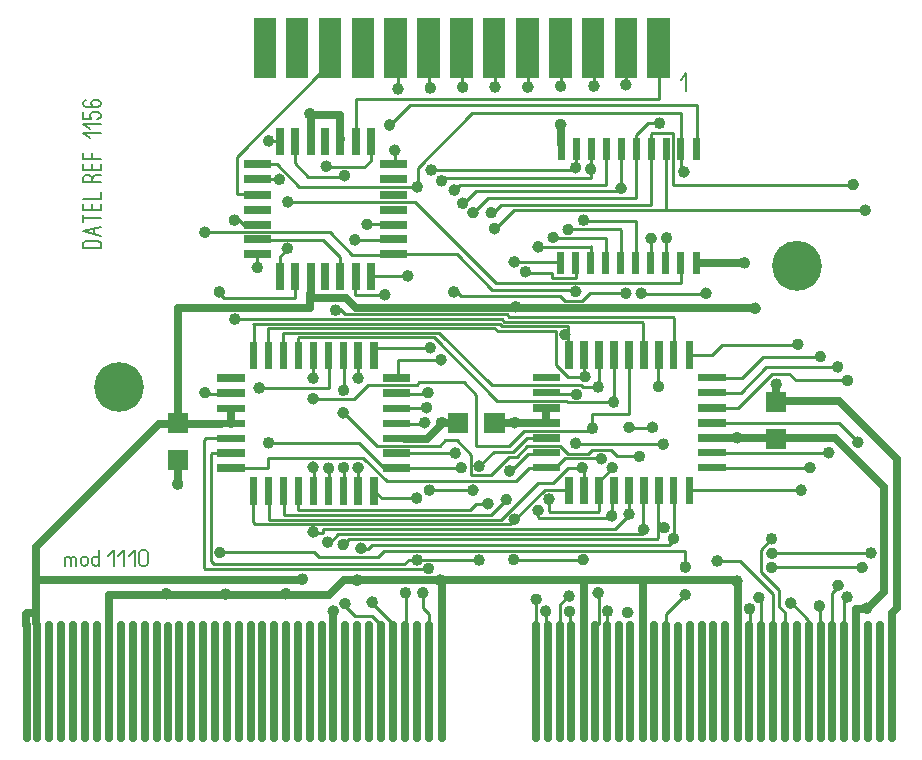
<source format=gbr>
%TF.GenerationSoftware,KiCad,Pcbnew,(6.0.2)*%
%TF.CreationDate,2022-05-14T16:30:45-05:00*%
%TF.ProjectId,REF1156 Mod 1110,52454631-3135-4362-904d-6f6420313131,rev?*%
%TF.SameCoordinates,Original*%
%TF.FileFunction,Copper,L1,Top*%
%TF.FilePolarity,Positive*%
%FSLAX46Y46*%
G04 Gerber Fmt 4.6, Leading zero omitted, Abs format (unit mm)*
G04 Created by KiCad (PCBNEW (6.0.2)) date 2022-05-14 16:30:45*
%MOMM*%
%LPD*%
G01*
G04 APERTURE LIST*
%TA.AperFunction,NonConductor*%
%ADD10C,0.000000*%
%TD*%
%TA.AperFunction,NonConductor*%
%ADD11C,0.300000*%
%TD*%
%TA.AperFunction,NonConductor*%
%ADD12C,0.500000*%
%TD*%
%TA.AperFunction,NonConductor*%
%ADD13C,2.100000*%
%TD*%
%TA.AperFunction,ViaPad*%
%ADD14C,0.600010*%
%TD*%
%TA.AperFunction,ViaPad*%
%ADD15C,4.200010*%
%TD*%
%TA.AperFunction,Conductor*%
%ADD16C,0.250000*%
%TD*%
%TA.AperFunction,Conductor*%
%ADD17C,0.640000*%
%TD*%
%TA.AperFunction,Conductor*%
%ADD18C,0.189000*%
%TD*%
%TA.AperFunction,Conductor*%
%ADD19C,0.167000*%
%TD*%
G04 APERTURE END LIST*
D10*
G36*
X128394900Y-104818800D02*
G01*
X126054900Y-104818800D01*
X126054900Y-104178800D01*
X128394900Y-104178800D01*
X128394900Y-104818800D01*
G37*
G36*
X135537100Y-85646400D02*
G01*
X134867100Y-85646400D01*
X134867100Y-83346400D01*
X135537100Y-83346400D01*
X135537100Y-85646400D01*
G37*
D11*
X170197700Y-121683500D02*
G75*
G03*
X170197700Y-121683500I-150000J0D01*
G01*
X170832700Y-94735700D02*
G75*
G03*
X170832700Y-94735700I-150000J0D01*
G01*
X167578300Y-97315400D02*
G75*
G03*
X167578300Y-97315400I-150000J0D01*
G01*
D12*
X138468300Y-118905400D02*
G75*
G03*
X138468300Y-118905400I-250000J0D01*
G01*
X146445500Y-110848800D02*
G75*
G03*
X146445500Y-110848800I-250000J0D01*
G01*
D10*
G36*
X163779600Y-103724200D02*
G01*
X163139600Y-103724200D01*
X163139600Y-101384200D01*
X163779600Y-101384200D01*
X163779600Y-103724200D01*
G37*
G36*
X128394900Y-107398500D02*
G01*
X126054900Y-107398500D01*
X126054900Y-106758500D01*
X128394900Y-106758500D01*
X128394900Y-107398500D01*
G37*
D12*
X146961500Y-112079200D02*
G75*
G03*
X146961500Y-112079200I-250000J0D01*
G01*
D11*
X179524300Y-123032900D02*
G75*
G03*
X179524300Y-123032900I-150000J0D01*
G01*
D10*
G36*
X131727100Y-85646400D02*
G01*
X131057100Y-85646400D01*
X131057100Y-83346400D01*
X131727100Y-83346400D01*
X131727100Y-85646400D01*
G37*
G36*
X132997100Y-97076400D02*
G01*
X132327100Y-97076400D01*
X132327100Y-94776400D01*
X132997100Y-94776400D01*
X132997100Y-97076400D01*
G37*
G36*
X130637100Y-94356400D02*
G01*
X128337100Y-94356400D01*
X128337100Y-93686400D01*
X130637100Y-93686400D01*
X130637100Y-94356400D01*
G37*
D12*
X164066800Y-110094800D02*
G75*
G03*
X164066800Y-110094800I-250000J0D01*
G01*
D10*
G36*
X133259900Y-115233500D02*
G01*
X132619900Y-115233500D01*
X132619900Y-112893500D01*
X133259900Y-112893500D01*
X133259900Y-115233500D01*
G37*
G36*
X128394900Y-111168800D02*
G01*
X126054900Y-111168800D01*
X126054900Y-110528800D01*
X128394900Y-110528800D01*
X128394900Y-111168800D01*
G37*
D12*
X157319900Y-91124200D02*
G75*
G03*
X157319900Y-91124200I-250000J0D01*
G01*
D11*
X157180200Y-119857900D02*
G75*
G03*
X157180200Y-119857900I-150000J0D01*
G01*
X156624600Y-105887900D02*
G75*
G03*
X156624600Y-105887900I-150000J0D01*
G01*
X134320200Y-117516400D02*
G75*
G03*
X134320200Y-117516400I-150000J0D01*
G01*
D12*
X138150900Y-121604200D02*
G75*
G03*
X138150900Y-121604200I-250000J0D01*
G01*
D10*
G36*
X138300200Y-115233500D02*
G01*
X137660200Y-115233500D01*
X137660200Y-112893500D01*
X138300200Y-112893500D01*
X138300200Y-115233500D01*
G37*
D11*
X135550500Y-118389500D02*
G75*
G03*
X135550500Y-118389500I-150000J0D01*
G01*
X150949300Y-112357000D02*
G75*
G03*
X150949300Y-112357000I-150000J0D01*
G01*
D12*
X177362100Y-102673200D02*
G75*
G03*
X177362100Y-102673200I-250000J0D01*
G01*
D10*
G36*
X137069900Y-103763800D02*
G01*
X136429900Y-103763800D01*
X136429900Y-101423800D01*
X137069900Y-101423800D01*
X137069900Y-103763800D01*
G37*
D12*
X155732400Y-100807900D02*
G75*
G03*
X155732400Y-100807900I-250000J0D01*
G01*
D10*
G36*
X155104600Y-112399200D02*
G01*
X152764600Y-112399200D01*
X152764600Y-111759200D01*
X155104600Y-111759200D01*
X155104600Y-112399200D01*
G37*
G36*
X139386800Y-85646400D02*
G01*
X138716800Y-85646400D01*
X138716800Y-83346400D01*
X139386800Y-83346400D01*
X139386800Y-85646400D01*
G37*
D11*
X165832100Y-120492900D02*
G75*
G03*
X165832100Y-120492900I-150000J0D01*
G01*
X145194600Y-108269200D02*
G75*
G03*
X145194600Y-108269200I-150000J0D01*
G01*
X181072100Y-90290700D02*
G75*
G03*
X181072100Y-90290700I-150000J0D01*
G01*
D10*
G36*
X142106800Y-86736400D02*
G01*
X139806800Y-86736400D01*
X139806800Y-86066400D01*
X142106800Y-86066400D01*
X142106800Y-86736400D01*
G37*
D11*
X145154900Y-102951000D02*
G75*
G03*
X145154900Y-102951000I-150000J0D01*
G01*
D12*
X140889300Y-83067600D02*
G75*
G03*
X140889300Y-83067600I-250000J0D01*
G01*
D10*
G36*
X139649600Y-115233500D02*
G01*
X139009600Y-115233500D01*
X139009600Y-112893500D01*
X139649600Y-112893500D01*
X139649600Y-115233500D01*
G37*
D11*
X163054000Y-108666000D02*
G75*
G03*
X163054000Y-108666000I-150000J0D01*
G01*
D10*
G36*
X155425200Y-95705400D02*
G01*
X154825200Y-95705400D01*
X154825200Y-93845400D01*
X155425200Y-93845400D01*
X155425200Y-95705400D01*
G37*
D12*
X153470200Y-93386400D02*
G75*
G03*
X153470200Y-93386400I-250000J0D01*
G01*
D11*
X122850500Y-113468200D02*
G75*
G03*
X122850500Y-113468200I-150000J0D01*
G01*
D10*
G36*
X128394900Y-112438800D02*
G01*
X126054900Y-112438800D01*
X126054900Y-111798800D01*
X128394900Y-111798800D01*
X128394900Y-112438800D01*
G37*
D12*
X147953700Y-90489200D02*
G75*
G03*
X147953700Y-90489200I-250000J0D01*
G01*
D10*
G36*
X156159600Y-115193800D02*
G01*
X155519600Y-115193800D01*
X155519600Y-112853800D01*
X156159600Y-112853800D01*
X156159600Y-115193800D01*
G37*
G36*
X159969600Y-115193800D02*
G01*
X159329600Y-115193800D01*
X159329600Y-112853800D01*
X159969600Y-112853800D01*
X159969600Y-115193800D01*
G37*
G36*
X169114300Y-112399200D02*
G01*
X166774300Y-112399200D01*
X166774300Y-111759200D01*
X169114300Y-111759200D01*
X169114300Y-112399200D01*
G37*
D11*
X151346200Y-116444800D02*
G75*
G03*
X151346200Y-116444800I-150000J0D01*
G01*
D12*
X152597100Y-79852900D02*
G75*
G03*
X152597100Y-79852900I-250000J0D01*
G01*
D13*
X176177700Y-94973800D02*
G75*
G03*
X176177700Y-94973800I-1050000J0D01*
G01*
D12*
X158193000Y-79773500D02*
G75*
G03*
X158193000Y-79773500I-250000J0D01*
G01*
D11*
X180040200Y-88107900D02*
G75*
G03*
X180040200Y-88107900I-150000J0D01*
G01*
X171269300Y-124025100D02*
G75*
G03*
X171269300Y-124025100I-150000J0D01*
G01*
D10*
G36*
X156695200Y-95705400D02*
G01*
X156095200Y-95705400D01*
X156095200Y-93845400D01*
X156695200Y-93845400D01*
X156695200Y-95705400D01*
G37*
D12*
X143865900Y-108269200D02*
G75*
G03*
X143865900Y-108269200I-250000J0D01*
G01*
D11*
X137019000Y-123588500D02*
G75*
G03*
X137019000Y-123588500I-150000J0D01*
G01*
X151465200Y-98466400D02*
G75*
G03*
X151465200Y-98466400I-150000J0D01*
G01*
X157815200Y-86798200D02*
G75*
G03*
X157815200Y-86798200I-150000J0D01*
G01*
X155632400Y-100807900D02*
G75*
G03*
X155632400Y-100807900I-150000J0D01*
G01*
D10*
G36*
X160544900Y-86061400D02*
G01*
X159944900Y-86061400D01*
X159944900Y-84201400D01*
X160544900Y-84201400D01*
X160544900Y-86061400D01*
G37*
G36*
X130637100Y-93086400D02*
G01*
X128337100Y-93086400D01*
X128337100Y-92416400D01*
X130637100Y-92416400D01*
X130637100Y-93086400D01*
G37*
D12*
X144143700Y-105729200D02*
G75*
G03*
X144143700Y-105729200I-250000J0D01*
G01*
X132118300Y-122755100D02*
G75*
G03*
X132118300Y-122755100I-250000J0D01*
G01*
D11*
X165832100Y-122834500D02*
G75*
G03*
X165832100Y-122834500I-150000J0D01*
G01*
D12*
X148469600Y-111960100D02*
G75*
G03*
X148469600Y-111960100I-250000J0D01*
G01*
D10*
G36*
X155104600Y-107358800D02*
G01*
X152764600Y-107358800D01*
X152764600Y-106718800D01*
X155104600Y-106718800D01*
X155104600Y-107358800D01*
G37*
D11*
X173134600Y-118111700D02*
G75*
G03*
X173134600Y-118111700I-150000J0D01*
G01*
D10*
G36*
X134529900Y-103763800D02*
G01*
X133889900Y-103763800D01*
X133889900Y-101423800D01*
X134529900Y-101423800D01*
X134529900Y-103763800D01*
G37*
D11*
X168530900Y-119977000D02*
G75*
G03*
X168530900Y-119977000I-150000J0D01*
G01*
X131462700Y-87671400D02*
G75*
G03*
X131462700Y-87671400I-150000J0D01*
G01*
X147853700Y-90489200D02*
G75*
G03*
X147853700Y-90489200I-150000J0D01*
G01*
D10*
G36*
X169114300Y-106049200D02*
G01*
X166774300Y-106049200D01*
X166774300Y-105409200D01*
X169114300Y-105409200D01*
X169114300Y-106049200D01*
G37*
D12*
X170297700Y-121683500D02*
G75*
G03*
X170297700Y-121683500I-250000J0D01*
G01*
X126522400Y-119262600D02*
G75*
G03*
X126522400Y-119262600I-250000J0D01*
G01*
X144262700Y-113984200D02*
G75*
G03*
X144262700Y-113984200I-250000J0D01*
G01*
D10*
G36*
X158699600Y-103724200D02*
G01*
X158059600Y-103724200D01*
X158059600Y-101384200D01*
X158699600Y-101384200D01*
X158699600Y-103724200D01*
G37*
D12*
X146366200Y-88584200D02*
G75*
G03*
X146366200Y-88584200I-250000J0D01*
G01*
X159701200Y-116167000D02*
G75*
G03*
X159701200Y-116167000I-250000J0D01*
G01*
X158550200Y-105252900D02*
G75*
G03*
X158550200Y-105252900I-250000J0D01*
G01*
D11*
X161942700Y-111126700D02*
G75*
G03*
X161942700Y-111126700I-150000J0D01*
G01*
X141225900Y-85210700D02*
G75*
G03*
X141225900Y-85210700I-150000J0D01*
G01*
X126422400Y-119262600D02*
G75*
G03*
X126422400Y-119262600I-150000J0D01*
G01*
D12*
X168630900Y-119977000D02*
G75*
G03*
X168630900Y-119977000I-250000J0D01*
G01*
D11*
X158728000Y-111325100D02*
G75*
G03*
X158728000Y-111325100I-150000J0D01*
G01*
X157100900Y-112079200D02*
G75*
G03*
X157100900Y-112079200I-150000J0D01*
G01*
D12*
X179664000Y-104697300D02*
G75*
G03*
X179664000Y-104697300I-250000J0D01*
G01*
X151049300Y-112357000D02*
G75*
G03*
X151049300Y-112357000I-250000J0D01*
G01*
D11*
X143765900Y-108269200D02*
G75*
G03*
X143765900Y-108269200I-150000J0D01*
G01*
D12*
X144421500Y-86877600D02*
G75*
G03*
X144421500Y-86877600I-250000J0D01*
G01*
D11*
X163649300Y-82908800D02*
G75*
G03*
X163649300Y-82908800I-150000J0D01*
G01*
D12*
X144024600Y-106999200D02*
G75*
G03*
X144024600Y-106999200I-250000J0D01*
G01*
X163749300Y-82908800D02*
G75*
G03*
X163749300Y-82908800I-250000J0D01*
G01*
D11*
X143091200Y-114658800D02*
G75*
G03*
X143091200Y-114658800I-150000J0D01*
G01*
D10*
G36*
X166894900Y-95705400D02*
G01*
X166294900Y-95705400D01*
X166294900Y-93845400D01*
X166894900Y-93845400D01*
X166894900Y-95705400D01*
G37*
D11*
X180437100Y-109936000D02*
G75*
G03*
X180437100Y-109936000I-150000J0D01*
G01*
X157974000Y-108745400D02*
G75*
G03*
X157974000Y-108745400I-150000J0D01*
G01*
D12*
X160891800Y-97315400D02*
G75*
G03*
X160891800Y-97315400I-250000J0D01*
G01*
X137079300Y-87353800D02*
G75*
G03*
X137079300Y-87353800I-250000J0D01*
G01*
D10*
G36*
X163045200Y-95705400D02*
G01*
X162445200Y-95705400D01*
X162445200Y-93845400D01*
X163045200Y-93845400D01*
X163045200Y-95705400D01*
G37*
G36*
X128394900Y-108668500D02*
G01*
X126054900Y-108668500D01*
X126054900Y-108028500D01*
X128394900Y-108028500D01*
X128394900Y-108668500D01*
G37*
D12*
X135650500Y-118389500D02*
G75*
G03*
X135650500Y-118389500I-250000J0D01*
G01*
D11*
X125152400Y-92156000D02*
G75*
G03*
X125152400Y-92156000I-150000J0D01*
G01*
D12*
X143230900Y-88306400D02*
G75*
G03*
X143230900Y-88306400I-250000J0D01*
G01*
D11*
X173531500Y-105014800D02*
G75*
G03*
X173531500Y-105014800I-150000J0D01*
G01*
D10*
G36*
X130637100Y-90586000D02*
G01*
X128337100Y-90586000D01*
X128337100Y-89916000D01*
X130637100Y-89916000D01*
X130637100Y-90586000D01*
G37*
D11*
X143924600Y-106999200D02*
G75*
G03*
X143924600Y-106999200I-150000J0D01*
G01*
D12*
X157200900Y-112079200D02*
G75*
G03*
X157200900Y-112079200I-250000J0D01*
G01*
X158828000Y-111325100D02*
G75*
G03*
X158828000Y-111325100I-250000J0D01*
G01*
D11*
X143607100Y-122675700D02*
G75*
G03*
X143607100Y-122675700I-150000J0D01*
G01*
D10*
G36*
X133259900Y-103763800D02*
G01*
X132619900Y-103763800D01*
X132619900Y-101423800D01*
X133259900Y-101423800D01*
X133259900Y-103763800D01*
G37*
D12*
X156645200Y-110015400D02*
G75*
G03*
X156645200Y-110015400I-250000J0D01*
G01*
X144342100Y-79932300D02*
G75*
G03*
X144342100Y-79932300I-250000J0D01*
G01*
X154105200Y-124223500D02*
G75*
G03*
X154105200Y-124223500I-250000J0D01*
G01*
X165813000Y-87036400D02*
G75*
G03*
X165813000Y-87036400I-250000J0D01*
G01*
D10*
G36*
X162509600Y-115193800D02*
G01*
X161869600Y-115193800D01*
X161869600Y-112853800D01*
X162509600Y-112853800D01*
X162509600Y-115193800D01*
G37*
D12*
X164939900Y-118072000D02*
G75*
G03*
X164939900Y-118072000I-250000J0D01*
G01*
D11*
X159759900Y-106522900D02*
G75*
G03*
X159759900Y-106522900I-150000J0D01*
G01*
D12*
X146326500Y-97196400D02*
G75*
G03*
X146326500Y-97196400I-250000J0D01*
G01*
X122950500Y-113468200D02*
G75*
G03*
X122950500Y-113468200I-250000J0D01*
G01*
X144342100Y-101919200D02*
G75*
G03*
X144342100Y-101919200I-250000J0D01*
G01*
D11*
X140392400Y-97434500D02*
G75*
G03*
X140392400Y-97434500I-150000J0D01*
G01*
D12*
X142238700Y-122675700D02*
G75*
G03*
X142238700Y-122675700I-250000J0D01*
G01*
D11*
X136899900Y-105530700D02*
G75*
G03*
X136899900Y-105530700I-150000J0D01*
G01*
X125152400Y-105729200D02*
G75*
G03*
X125152400Y-105729200I-150000J0D01*
G01*
D10*
G36*
X163779600Y-115193800D02*
G01*
X163139600Y-115193800D01*
X163139600Y-112853800D01*
X163779600Y-112853800D01*
X163779600Y-115193800D01*
G37*
D11*
X157339000Y-104379800D02*
G75*
G03*
X157339000Y-104379800I-150000J0D01*
G01*
X155910200Y-91917900D02*
G75*
G03*
X155910200Y-91917900I-150000J0D01*
G01*
X144321500Y-86877600D02*
G75*
G03*
X144321500Y-86877600I-150000J0D01*
G01*
X143130900Y-88306400D02*
G75*
G03*
X143130900Y-88306400I-150000J0D01*
G01*
D12*
X181648300Y-119302300D02*
G75*
G03*
X181648300Y-119302300I-250000J0D01*
G01*
X178830500Y-103546400D02*
G75*
G03*
X178830500Y-103546400I-250000J0D01*
G01*
D10*
G36*
X169114300Y-104779200D02*
G01*
X166774300Y-104779200D01*
X166774300Y-104139200D01*
X169114300Y-104139200D01*
X169114300Y-104779200D01*
G37*
D11*
X146266200Y-88584200D02*
G75*
G03*
X146266200Y-88584200I-150000J0D01*
G01*
D12*
X157280200Y-119857900D02*
G75*
G03*
X157280200Y-119857900I-250000J0D01*
G01*
X136999900Y-112079200D02*
G75*
G03*
X136999900Y-112079200I-250000J0D01*
G01*
D10*
G36*
X130719900Y-103763800D02*
G01*
X130079900Y-103763800D01*
X130079900Y-101423800D01*
X130719900Y-101423800D01*
X130719900Y-103763800D01*
G37*
D12*
X149779300Y-91838500D02*
G75*
G03*
X149779300Y-91838500I-250000J0D01*
G01*
D11*
X158450200Y-105252900D02*
G75*
G03*
X158450200Y-105252900I-150000J0D01*
G01*
D12*
X162201500Y-97315400D02*
G75*
G03*
X162201500Y-97315400I-250000J0D01*
G01*
X165932100Y-120492900D02*
G75*
G03*
X165932100Y-120492900I-250000J0D01*
G01*
D10*
G36*
X166359300Y-103724200D02*
G01*
X165719300Y-103724200D01*
X165719300Y-101384200D01*
X166359300Y-101384200D01*
X166359300Y-103724200D01*
G37*
G36*
X155104600Y-109898800D02*
G01*
X152764600Y-109898800D01*
X152764600Y-109258800D01*
X155104600Y-109258800D01*
X155104600Y-109898800D01*
G37*
D11*
X142138700Y-122675700D02*
G75*
G03*
X142138700Y-122675700I-150000J0D01*
G01*
X173134600Y-120532600D02*
G75*
G03*
X173134600Y-120532600I-150000J0D01*
G01*
X149679300Y-91838500D02*
G75*
G03*
X149679300Y-91838500I-150000J0D01*
G01*
X173174300Y-119342000D02*
G75*
G03*
X173174300Y-119342000I-150000J0D01*
G01*
D12*
X134420200Y-106245100D02*
G75*
G03*
X134420200Y-106245100I-250000J0D01*
G01*
X178076500Y-110809200D02*
G75*
G03*
X178076500Y-110809200I-250000J0D01*
G01*
X130649900Y-109975700D02*
G75*
G03*
X130649900Y-109975700I-250000J0D01*
G01*
X145294600Y-87790400D02*
G75*
G03*
X145294600Y-87790400I-250000J0D01*
G01*
D11*
X153211500Y-123231400D02*
G75*
G03*
X153211500Y-123231400I-150000J0D01*
G01*
D12*
X152398700Y-95489800D02*
G75*
G03*
X152398700Y-95489800I-250000J0D01*
G01*
D11*
X145194600Y-87790400D02*
G75*
G03*
X145194600Y-87790400I-150000J0D01*
G01*
D10*
G36*
X155104600Y-111129200D02*
G01*
X152764600Y-111129200D01*
X152764600Y-110489200D01*
X155104600Y-110489200D01*
X155104600Y-111129200D01*
G37*
G36*
X136807100Y-97076400D02*
G01*
X136137100Y-97076400D01*
X136137100Y-94776400D01*
X136807100Y-94776400D01*
X136807100Y-97076400D01*
G37*
D11*
X153370200Y-93386400D02*
G75*
G03*
X153370200Y-93386400I-150000J0D01*
G01*
D12*
X159859900Y-106522900D02*
G75*
G03*
X159859900Y-106522900I-250000J0D01*
G01*
D10*
G36*
X169114300Y-111129200D02*
G01*
X166774300Y-111129200D01*
X166774300Y-110489200D01*
X169114300Y-110489200D01*
X169114300Y-111129200D01*
G37*
D12*
X151446200Y-116444800D02*
G75*
G03*
X151446200Y-116444800I-250000J0D01*
G01*
D11*
X132177100Y-89576400D02*
G75*
G03*
X132177100Y-89576400I-150000J0D01*
G01*
D10*
G36*
X138300200Y-103763800D02*
G01*
X137660200Y-103763800D01*
X137660200Y-101423800D01*
X138300200Y-101423800D01*
X138300200Y-103763800D01*
G37*
G36*
X123590200Y-112294200D02*
G01*
X121890200Y-112294200D01*
X121890200Y-110594200D01*
X123590200Y-110594200D01*
X123590200Y-112294200D01*
G37*
D11*
X155275200Y-83027900D02*
G75*
G03*
X155275200Y-83027900I-150000J0D01*
G01*
D10*
G36*
X134306800Y-97076400D02*
G01*
X133636800Y-97076400D01*
X133636800Y-94776400D01*
X134306800Y-94776400D01*
X134306800Y-97076400D01*
G37*
D12*
X180894300Y-120532600D02*
G75*
G03*
X180894300Y-120532600I-250000J0D01*
G01*
D11*
X140789300Y-83067600D02*
G75*
G03*
X140789300Y-83067600I-150000J0D01*
G01*
D10*
G36*
X150379300Y-109158800D02*
G01*
X148679300Y-109158800D01*
X148679300Y-107458800D01*
X150379300Y-107458800D01*
X150379300Y-109158800D01*
G37*
G36*
X142404600Y-107398500D02*
G01*
X140064600Y-107398500D01*
X140064600Y-106758500D01*
X142404600Y-106758500D01*
X142404600Y-107398500D01*
G37*
D12*
X150771500Y-114777900D02*
G75*
G03*
X150771500Y-114777900I-250000J0D01*
G01*
X173234600Y-118111700D02*
G75*
G03*
X173234600Y-118111700I-250000J0D01*
G01*
X134142400Y-82115100D02*
G75*
G03*
X134142400Y-82115100I-250000J0D01*
G01*
X161169600Y-108666000D02*
G75*
G03*
X161169600Y-108666000I-250000J0D01*
G01*
D11*
X151306500Y-119857900D02*
G75*
G03*
X151306500Y-119857900I-150000J0D01*
G01*
D10*
G36*
X142105200Y-79118800D02*
G01*
X140205200Y-79118800D01*
X140205200Y-73998800D01*
X142105200Y-73998800D01*
X142105200Y-79118800D01*
G37*
D12*
X157915200Y-86798200D02*
G75*
G03*
X157915200Y-86798200I-250000J0D01*
G01*
X136960200Y-118587900D02*
G75*
G03*
X136960200Y-118587900I-250000J0D01*
G01*
D11*
X161069600Y-108666000D02*
G75*
G03*
X161069600Y-108666000I-150000J0D01*
G01*
D10*
G36*
X130637100Y-89316000D02*
G01*
X128337100Y-89316000D01*
X128337100Y-88646000D01*
X130637100Y-88646000D01*
X130637100Y-89316000D01*
G37*
G36*
X156075200Y-79118800D02*
G01*
X154175200Y-79118800D01*
X154175200Y-73998800D01*
X156075200Y-73998800D01*
X156075200Y-79118800D01*
G37*
D11*
X149123700Y-115135100D02*
G75*
G03*
X149123700Y-115135100I-150000J0D01*
G01*
X144043700Y-105729200D02*
G75*
G03*
X144043700Y-105729200I-150000J0D01*
G01*
D12*
X141325900Y-85210700D02*
G75*
G03*
X141325900Y-85210700I-250000J0D01*
G01*
D10*
G36*
X159274900Y-86061400D02*
G01*
X158674900Y-86061400D01*
X158674900Y-84201400D01*
X159274900Y-84201400D01*
X159274900Y-86061400D01*
G37*
D11*
X132137400Y-93505400D02*
G75*
G03*
X132137400Y-93505400I-150000J0D01*
G01*
X151385900Y-108269200D02*
G75*
G03*
X151385900Y-108269200I-150000J0D01*
G01*
D10*
G36*
X131727100Y-97076400D02*
G01*
X131057100Y-97076400D01*
X131057100Y-94776400D01*
X131727100Y-94776400D01*
X131727100Y-97076400D01*
G37*
D12*
X176489000Y-112079200D02*
G75*
G03*
X176489000Y-112079200I-250000J0D01*
G01*
X159740900Y-112079200D02*
G75*
G03*
X159740900Y-112079200I-250000J0D01*
G01*
X162399900Y-117317900D02*
G75*
G03*
X162399900Y-117317900I-250000J0D01*
G01*
X149223700Y-115135100D02*
G75*
G03*
X149223700Y-115135100I-250000J0D01*
G01*
X164146200Y-117159200D02*
G75*
G03*
X164146200Y-117159200I-250000J0D01*
G01*
D11*
X144242100Y-79932300D02*
G75*
G03*
X144242100Y-79932300I-150000J0D01*
G01*
D10*
G36*
X162509600Y-103724200D02*
G01*
X161869600Y-103724200D01*
X161869600Y-101384200D01*
X162509600Y-101384200D01*
X162509600Y-103724200D01*
G37*
D12*
X129856200Y-105332300D02*
G75*
G03*
X129856200Y-105332300I-250000J0D01*
G01*
D11*
X154283000Y-114738200D02*
G75*
G03*
X154283000Y-114738200I-150000J0D01*
G01*
X136860200Y-118587900D02*
G75*
G03*
X136860200Y-118587900I-150000J0D01*
G01*
D10*
G36*
X165009900Y-115193800D02*
G01*
X164369900Y-115193800D01*
X164369900Y-112853800D01*
X165009900Y-112853800D01*
X165009900Y-115193800D01*
G37*
D12*
X121998000Y-122755100D02*
G75*
G03*
X121998000Y-122755100I-250000J0D01*
G01*
X163669900Y-105213200D02*
G75*
G03*
X163669900Y-105213200I-250000J0D01*
G01*
D11*
X138130200Y-104498800D02*
G75*
G03*
X138130200Y-104498800I-150000J0D01*
G01*
D12*
X170337400Y-109539200D02*
G75*
G03*
X170337400Y-109539200I-250000J0D01*
G01*
X137119000Y-123588500D02*
G75*
G03*
X137119000Y-123588500I-250000J0D01*
G01*
D11*
X160394900Y-88425400D02*
G75*
G03*
X160394900Y-88425400I-150000J0D01*
G01*
D12*
X135531500Y-86560100D02*
G75*
G03*
X135531500Y-86560100I-250000J0D01*
G01*
D11*
X156545200Y-97156700D02*
G75*
G03*
X156545200Y-97156700I-150000J0D01*
G01*
D10*
G36*
X130637100Y-86736400D02*
G01*
X128337100Y-86736400D01*
X128337100Y-86066400D01*
X130637100Y-86066400D01*
X130637100Y-86736400D01*
G37*
D12*
X160891800Y-79654500D02*
G75*
G03*
X160891800Y-79654500I-250000J0D01*
G01*
D10*
G36*
X155464900Y-86061400D02*
G01*
X154864900Y-86061400D01*
X154864900Y-84201400D01*
X155464900Y-84201400D01*
X155464900Y-86061400D01*
G37*
D11*
X134042400Y-82115100D02*
G75*
G03*
X134042400Y-82115100I-150000J0D01*
G01*
X159640900Y-112079200D02*
G75*
G03*
X159640900Y-112079200I-150000J0D01*
G01*
D10*
G36*
X164369900Y-79118800D02*
G01*
X162469900Y-79118800D01*
X162469900Y-73998800D01*
X164369900Y-73998800D01*
X164369900Y-79118800D01*
G37*
D11*
X164244600Y-92632300D02*
G75*
G03*
X164244600Y-92632300I-150000J0D01*
G01*
D10*
G36*
X139327100Y-79118800D02*
G01*
X137427100Y-79118800D01*
X137427100Y-73998800D01*
X139327100Y-73998800D01*
X139327100Y-79118800D01*
G37*
G36*
X165585200Y-86061400D02*
G01*
X164985200Y-86061400D01*
X164985200Y-84201400D01*
X165585200Y-84201400D01*
X165585200Y-86061400D01*
G37*
D11*
X146226500Y-97196400D02*
G75*
G03*
X146226500Y-97196400I-150000J0D01*
G01*
D12*
X136960200Y-107435700D02*
G75*
G03*
X136960200Y-107435700I-250000J0D01*
G01*
X143230900Y-119897600D02*
G75*
G03*
X143230900Y-119897600I-250000J0D01*
G01*
D11*
X181548300Y-119302300D02*
G75*
G03*
X181548300Y-119302300I-150000J0D01*
G01*
X126898700Y-122794800D02*
G75*
G03*
X126898700Y-122794800I-150000J0D01*
G01*
D10*
G36*
X131989900Y-103763800D02*
G01*
X131349900Y-103763800D01*
X131349900Y-101423800D01*
X131989900Y-101423800D01*
X131989900Y-103763800D01*
G37*
D11*
X121898000Y-122755100D02*
G75*
G03*
X121898000Y-122755100I-150000J0D01*
G01*
D10*
G36*
X155104600Y-106049200D02*
G01*
X152764600Y-106049200D01*
X152764600Y-105409200D01*
X155104600Y-105409200D01*
X155104600Y-106049200D01*
G37*
D12*
X177282700Y-123787000D02*
G75*
G03*
X177282700Y-123787000I-250000J0D01*
G01*
X175734900Y-113984200D02*
G75*
G03*
X175734900Y-113984200I-250000J0D01*
G01*
D10*
G36*
X138116800Y-97076400D02*
G01*
X137446800Y-97076400D01*
X137446800Y-94776400D01*
X138116800Y-94776400D01*
X138116800Y-97076400D01*
G37*
D11*
X149401500Y-90489200D02*
G75*
G03*
X149401500Y-90489200I-150000J0D01*
G01*
D12*
X161050500Y-124342600D02*
G75*
G03*
X161050500Y-124342600I-250000J0D01*
G01*
D11*
X156545200Y-86679200D02*
G75*
G03*
X156545200Y-86679200I-150000J0D01*
G01*
D12*
X151565200Y-98466400D02*
G75*
G03*
X151565200Y-98466400I-250000J0D01*
G01*
X167678300Y-97315400D02*
G75*
G03*
X167678300Y-97315400I-250000J0D01*
G01*
D11*
X161069600Y-116008200D02*
G75*
G03*
X161069600Y-116008200I-150000J0D01*
G01*
X143130900Y-119897600D02*
G75*
G03*
X143130900Y-119897600I-150000J0D01*
G01*
D12*
X125252400Y-92156000D02*
G75*
G03*
X125252400Y-92156000I-250000J0D01*
G01*
X164344600Y-92632300D02*
G75*
G03*
X164344600Y-92632300I-250000J0D01*
G01*
X181291200Y-123985400D02*
G75*
G03*
X181291200Y-123985400I-250000J0D01*
G01*
X134420200Y-104498800D02*
G75*
G03*
X134420200Y-104498800I-250000J0D01*
G01*
D11*
X179564000Y-104697300D02*
G75*
G03*
X179564000Y-104697300I-150000J0D01*
G01*
D10*
G36*
X158813700Y-79118800D02*
G01*
X156913700Y-79118800D01*
X156913700Y-73998800D01*
X158813700Y-73998800D01*
X158813700Y-79118800D01*
G37*
D12*
X149501500Y-90489200D02*
G75*
G03*
X149501500Y-90489200I-250000J0D01*
G01*
D11*
X145075500Y-121604200D02*
G75*
G03*
X145075500Y-121604200I-150000J0D01*
G01*
D10*
G36*
X142106800Y-91856000D02*
G01*
X139806800Y-91856000D01*
X139806800Y-91186000D01*
X142106800Y-91186000D01*
X142106800Y-91856000D01*
G37*
D11*
X136225200Y-98744200D02*
G75*
G03*
X136225200Y-98744200I-150000J0D01*
G01*
X180794300Y-120532600D02*
G75*
G03*
X180794300Y-120532600I-150000J0D01*
G01*
D10*
G36*
X132997100Y-85646400D02*
G01*
X132327100Y-85646400D01*
X132327100Y-83346400D01*
X132997100Y-83346400D01*
X132997100Y-85646400D01*
G37*
G36*
X155104600Y-104779200D02*
G01*
X152764600Y-104779200D01*
X152764600Y-104139200D01*
X155104600Y-104139200D01*
X155104600Y-104779200D01*
G37*
D11*
X172063000Y-123072600D02*
G75*
G03*
X172063000Y-123072600I-150000J0D01*
G01*
D10*
G36*
X130719900Y-115233500D02*
G01*
X130079900Y-115233500D01*
X130079900Y-112893500D01*
X130719900Y-112893500D01*
X130719900Y-115233500D01*
G37*
D11*
X136026800Y-124223500D02*
G75*
G03*
X136026800Y-124223500I-150000J0D01*
G01*
D12*
X159344000Y-124223500D02*
G75*
G03*
X159344000Y-124223500I-250000J0D01*
G01*
X134420200Y-112039500D02*
G75*
G03*
X134420200Y-112039500I-250000J0D01*
G01*
X155375200Y-83027900D02*
G75*
G03*
X155375200Y-83027900I-250000J0D01*
G01*
X158550200Y-122675700D02*
G75*
G03*
X158550200Y-122675700I-250000J0D01*
G01*
D11*
X130549900Y-84417000D02*
G75*
G03*
X130549900Y-84417000I-150000J0D01*
G01*
X157219900Y-91124200D02*
G75*
G03*
X157219900Y-91124200I-150000J0D01*
G01*
X144162700Y-113984200D02*
G75*
G03*
X144162700Y-113984200I-150000J0D01*
G01*
D12*
X178870200Y-122040700D02*
G75*
G03*
X178870200Y-122040700I-250000J0D01*
G01*
D10*
G36*
X160505200Y-95705400D02*
G01*
X159905200Y-95705400D01*
X159905200Y-93845400D01*
X160505200Y-93845400D01*
X160505200Y-95705400D01*
G37*
D11*
X176389000Y-112079200D02*
G75*
G03*
X176389000Y-112079200I-150000J0D01*
G01*
D12*
X136999900Y-105530700D02*
G75*
G03*
X136999900Y-105530700I-250000J0D01*
G01*
D10*
G36*
X156159600Y-103724200D02*
G01*
X155519600Y-103724200D01*
X155519600Y-101384200D01*
X156159600Y-101384200D01*
X156159600Y-103724200D01*
G37*
D12*
X175457100Y-101641400D02*
G75*
G03*
X175457100Y-101641400I-250000J0D01*
G01*
D10*
G36*
X142404600Y-104818800D02*
G01*
X140064600Y-104818800D01*
X140064600Y-104178800D01*
X142404600Y-104178800D01*
X142404600Y-104818800D01*
G37*
D12*
X134420200Y-117516400D02*
G75*
G03*
X134420200Y-117516400I-250000J0D01*
G01*
D11*
X171745500Y-98585400D02*
G75*
G03*
X171745500Y-98585400I-150000J0D01*
G01*
X160950500Y-124342600D02*
G75*
G03*
X160950500Y-124342600I-150000J0D01*
G01*
X142337100Y-95847000D02*
G75*
G03*
X142337100Y-95847000I-150000J0D01*
G01*
D10*
G36*
X134306800Y-85646400D02*
G01*
X133636800Y-85646400D01*
X133636800Y-83346400D01*
X134306800Y-83346400D01*
X134306800Y-85646400D01*
G37*
D11*
X127652700Y-91124200D02*
G75*
G03*
X127652700Y-91124200I-150000J0D01*
G01*
X144083300Y-120612000D02*
G75*
G03*
X144083300Y-120612000I-150000J0D01*
G01*
D12*
X126998700Y-122794800D02*
G75*
G03*
X126998700Y-122794800I-250000J0D01*
G01*
D11*
X130549900Y-109975700D02*
G75*
G03*
X130549900Y-109975700I-150000J0D01*
G01*
D10*
G36*
X156734900Y-86061400D02*
G01*
X156134900Y-86061400D01*
X156134900Y-84201400D01*
X156734900Y-84201400D01*
X156734900Y-86061400D01*
G37*
D12*
X136325200Y-98744200D02*
G75*
G03*
X136325200Y-98744200I-250000J0D01*
G01*
D11*
X155989600Y-122953500D02*
G75*
G03*
X155989600Y-122953500I-150000J0D01*
G01*
D10*
G36*
X142404600Y-109938500D02*
G01*
X140064600Y-109938500D01*
X140064600Y-109298500D01*
X142404600Y-109298500D01*
X142404600Y-109938500D01*
G37*
D12*
X148469600Y-119897600D02*
G75*
G03*
X148469600Y-119897600I-250000J0D01*
G01*
X133507400Y-121524800D02*
G75*
G03*
X133507400Y-121524800I-250000J0D01*
G01*
D10*
G36*
X161814900Y-86061400D02*
G01*
X161214900Y-86061400D01*
X161214900Y-84201400D01*
X161814900Y-84201400D01*
X161814900Y-86061400D01*
G37*
D11*
X148369600Y-111960100D02*
G75*
G03*
X148369600Y-111960100I-150000J0D01*
G01*
D10*
G36*
X155104600Y-108628800D02*
G01*
X152764600Y-108628800D01*
X152764600Y-107988800D01*
X155104600Y-107988800D01*
X155104600Y-108628800D01*
G37*
D12*
X136126800Y-124223500D02*
G75*
G03*
X136126800Y-124223500I-250000J0D01*
G01*
X137952400Y-92791000D02*
G75*
G03*
X137952400Y-92791000I-250000J0D01*
G01*
X158074000Y-108745400D02*
G75*
G03*
X158074000Y-108745400I-250000J0D01*
G01*
D11*
X152298700Y-95489800D02*
G75*
G03*
X152298700Y-95489800I-150000J0D01*
G01*
D12*
X127752700Y-91124200D02*
G75*
G03*
X127752700Y-91124200I-250000J0D01*
G01*
D10*
G36*
X157429600Y-103724200D02*
G01*
X156789600Y-103724200D01*
X156789600Y-101384200D01*
X157429600Y-101384200D01*
X157429600Y-103724200D01*
G37*
D11*
X136899900Y-112079200D02*
G75*
G03*
X136899900Y-112079200I-150000J0D01*
G01*
D12*
X153470200Y-115690700D02*
G75*
G03*
X153470200Y-115690700I-250000J0D01*
G01*
X155375200Y-79773500D02*
G75*
G03*
X155375200Y-79773500I-250000J0D01*
G01*
D10*
G36*
X164354900Y-86061400D02*
G01*
X163754900Y-86061400D01*
X163754900Y-84201400D01*
X164354900Y-84201400D01*
X164354900Y-86061400D01*
G37*
D12*
X165932100Y-122834500D02*
G75*
G03*
X165932100Y-122834500I-250000J0D01*
G01*
D11*
X162299900Y-117317900D02*
G75*
G03*
X162299900Y-117317900I-150000J0D01*
G01*
X178770200Y-122040700D02*
G75*
G03*
X178770200Y-122040700I-150000J0D01*
G01*
D10*
G36*
X169114300Y-108628800D02*
G01*
X166774300Y-108628800D01*
X166774300Y-107988800D01*
X169114300Y-107988800D01*
X169114300Y-108628800D01*
G37*
D12*
X156724600Y-105887900D02*
G75*
G03*
X156724600Y-105887900I-250000J0D01*
G01*
X130649900Y-84417000D02*
G75*
G03*
X130649900Y-84417000I-250000J0D01*
G01*
X181172100Y-90290700D02*
G75*
G03*
X181172100Y-90290700I-250000J0D01*
G01*
D10*
G36*
X142106800Y-93086400D02*
G01*
X139806800Y-93086400D01*
X139806800Y-92416400D01*
X142106800Y-92416400D01*
X142106800Y-93086400D01*
G37*
G36*
X142106800Y-94356400D02*
G01*
X139806800Y-94356400D01*
X139806800Y-93686400D01*
X142106800Y-93686400D01*
X142106800Y-94356400D01*
G37*
D11*
X137852400Y-92791000D02*
G75*
G03*
X137852400Y-92791000I-150000J0D01*
G01*
D12*
X151485900Y-108269200D02*
G75*
G03*
X151485900Y-108269200I-250000J0D01*
G01*
D11*
X147853700Y-113984200D02*
G75*
G03*
X147853700Y-113984200I-150000J0D01*
G01*
D13*
X118789600Y-105252900D02*
G75*
G03*
X118789600Y-105252900I-1050000J0D01*
G01*
D10*
G36*
X133770900Y-79118800D02*
G01*
X131870900Y-79118800D01*
X131870900Y-73998800D01*
X133770900Y-73998800D01*
X133770900Y-79118800D01*
G37*
D11*
X160791800Y-79654500D02*
G75*
G03*
X160791800Y-79654500I-150000J0D01*
G01*
D12*
X153311500Y-123231400D02*
G75*
G03*
X153311500Y-123231400I-250000J0D01*
G01*
X139420900Y-123469500D02*
G75*
G03*
X139420900Y-123469500I-250000J0D01*
G01*
D11*
X146861500Y-112079200D02*
G75*
G03*
X146861500Y-112079200I-150000J0D01*
G01*
X138130200Y-112079200D02*
G75*
G03*
X138130200Y-112079200I-150000J0D01*
G01*
D12*
X156129300Y-124263200D02*
G75*
G03*
X156129300Y-124263200I-250000J0D01*
G01*
X149819000Y-79852900D02*
G75*
G03*
X149819000Y-79852900I-250000J0D01*
G01*
D10*
G36*
X158004900Y-86061400D02*
G01*
X157404900Y-86061400D01*
X157404900Y-84201400D01*
X158004900Y-84201400D01*
X158004900Y-86061400D01*
G37*
D11*
X170237400Y-109539200D02*
G75*
G03*
X170237400Y-109539200I-150000J0D01*
G01*
X162934900Y-92672000D02*
G75*
G03*
X162934900Y-92672000I-150000J0D01*
G01*
D10*
G36*
X142404600Y-112438800D02*
G01*
X140064600Y-112438800D01*
X140064600Y-111798800D01*
X142404600Y-111798800D01*
X142404600Y-112438800D01*
G37*
D12*
X143191200Y-114658800D02*
G75*
G03*
X143191200Y-114658800I-250000J0D01*
G01*
X140492400Y-97434500D02*
G75*
G03*
X140492400Y-97434500I-250000J0D01*
G01*
D11*
X154640200Y-92592600D02*
G75*
G03*
X154640200Y-92592600I-150000J0D01*
G01*
X165713000Y-87036400D02*
G75*
G03*
X165713000Y-87036400I-150000J0D01*
G01*
X152497100Y-79852900D02*
G75*
G03*
X152497100Y-79852900I-150000J0D01*
G01*
X177182700Y-123787000D02*
G75*
G03*
X177182700Y-123787000I-150000J0D01*
G01*
D12*
X141603700Y-80011700D02*
G75*
G03*
X141603700Y-80011700I-250000J0D01*
G01*
D10*
G36*
X136807100Y-85646400D02*
G01*
X136137100Y-85646400D01*
X136137100Y-83346400D01*
X136807100Y-83346400D01*
X136807100Y-85646400D01*
G37*
D12*
X125252400Y-105729200D02*
G75*
G03*
X125252400Y-105729200I-250000J0D01*
G01*
X173274300Y-119342000D02*
G75*
G03*
X173274300Y-119342000I-250000J0D01*
G01*
X173234600Y-120532600D02*
G75*
G03*
X173234600Y-120532600I-250000J0D01*
G01*
X126482700Y-97196400D02*
G75*
G03*
X126482700Y-97196400I-250000J0D01*
G01*
X147080500Y-79852900D02*
G75*
G03*
X147080500Y-79852900I-250000J0D01*
G01*
X163154000Y-108666000D02*
G75*
G03*
X163154000Y-108666000I-250000J0D01*
G01*
X156089600Y-122953500D02*
G75*
G03*
X156089600Y-122953500I-250000J0D01*
G01*
D10*
G36*
X131032400Y-79118800D02*
G01*
X129132400Y-79118800D01*
X129132400Y-73998800D01*
X131032400Y-73998800D01*
X131032400Y-79118800D01*
G37*
G36*
X139649600Y-103763800D02*
G01*
X139009600Y-103763800D01*
X139009600Y-101423800D01*
X139649600Y-101423800D01*
X139649600Y-103763800D01*
G37*
D11*
X146980500Y-89695400D02*
G75*
G03*
X146980500Y-89695400I-150000J0D01*
G01*
D10*
G36*
X150439600Y-79118800D02*
G01*
X148539600Y-79118800D01*
X148539600Y-73998800D01*
X150439600Y-73998800D01*
X150439600Y-79118800D01*
G37*
D12*
X151406500Y-119857900D02*
G75*
G03*
X151406500Y-119857900I-250000J0D01*
G01*
D11*
X158450200Y-122675700D02*
G75*
G03*
X158450200Y-122675700I-150000J0D01*
G01*
D10*
G36*
X147323300Y-109158800D02*
G01*
X145623300Y-109158800D01*
X145623300Y-107458800D01*
X147323300Y-107458800D01*
X147323300Y-109158800D01*
G37*
G36*
X129449900Y-115233500D02*
G01*
X128809900Y-115233500D01*
X128809900Y-112893500D01*
X129449900Y-112893500D01*
X129449900Y-115233500D01*
G37*
D12*
X145254900Y-102951000D02*
G75*
G03*
X145254900Y-102951000I-250000J0D01*
G01*
D11*
X175634900Y-113984200D02*
G75*
G03*
X175634900Y-113984200I-150000J0D01*
G01*
X135431500Y-86560100D02*
G75*
G03*
X135431500Y-86560100I-150000J0D01*
G01*
X177976500Y-110809200D02*
G75*
G03*
X177976500Y-110809200I-150000J0D01*
G01*
X133407400Y-121524800D02*
G75*
G03*
X133407400Y-121524800I-150000J0D01*
G01*
D12*
X179624300Y-123032900D02*
G75*
G03*
X179624300Y-123032900I-250000J0D01*
G01*
X131562700Y-87671400D02*
G75*
G03*
X131562700Y-87671400I-250000J0D01*
G01*
D10*
G36*
X157429600Y-115193800D02*
G01*
X156789600Y-115193800D01*
X156789600Y-112853800D01*
X157429600Y-112853800D01*
X157429600Y-115193800D01*
G37*
G36*
X158699600Y-115193800D02*
G01*
X158059600Y-115193800D01*
X158059600Y-112853800D01*
X158699600Y-112853800D01*
X158699600Y-115193800D01*
G37*
D11*
X135629900Y-112118800D02*
G75*
G03*
X135629900Y-112118800I-150000J0D01*
G01*
D12*
X147953700Y-113984200D02*
G75*
G03*
X147953700Y-113984200I-250000J0D01*
G01*
X161169600Y-116008200D02*
G75*
G03*
X161169600Y-116008200I-250000J0D01*
G01*
D10*
G36*
X159969600Y-103724200D02*
G01*
X159329600Y-103724200D01*
X159329600Y-101384200D01*
X159969600Y-101384200D01*
X159969600Y-103724200D01*
G37*
D11*
X127692400Y-99498200D02*
G75*
G03*
X127692400Y-99498200I-150000J0D01*
G01*
D12*
X156010200Y-91917900D02*
G75*
G03*
X156010200Y-91917900I-250000J0D01*
G01*
D10*
G36*
X137069900Y-115233500D02*
G01*
X136429900Y-115233500D01*
X136429900Y-112893500D01*
X137069900Y-112893500D01*
X137069900Y-115233500D01*
G37*
D11*
X156029300Y-124263200D02*
G75*
G03*
X156029300Y-124263200I-150000J0D01*
G01*
D12*
X171845500Y-98585400D02*
G75*
G03*
X171845500Y-98585400I-250000J0D01*
G01*
D11*
X136979300Y-87353800D02*
G75*
G03*
X136979300Y-87353800I-150000J0D01*
G01*
D10*
G36*
X163084900Y-86061400D02*
G01*
X162484900Y-86061400D01*
X162484900Y-84201400D01*
X163084900Y-84201400D01*
X163084900Y-86061400D01*
G37*
G36*
X169114300Y-107358800D02*
G01*
X166774300Y-107358800D01*
X166774300Y-106718800D01*
X169114300Y-106718800D01*
X169114300Y-107358800D01*
G37*
D11*
X163966800Y-110094800D02*
G75*
G03*
X163966800Y-110094800I-150000J0D01*
G01*
D10*
G36*
X128394900Y-106088800D02*
G01*
X126054900Y-106088800D01*
X126054900Y-105448800D01*
X128394900Y-105448800D01*
X128394900Y-106088800D01*
G37*
G36*
X147701200Y-79118800D02*
G01*
X145801200Y-79118800D01*
X145801200Y-73998800D01*
X147701200Y-73998800D01*
X147701200Y-79118800D01*
G37*
G36*
X161631500Y-79118800D02*
G01*
X159731500Y-79118800D01*
X159731500Y-73998800D01*
X161631500Y-73998800D01*
X161631500Y-79118800D01*
G37*
D11*
X129597400Y-95132600D02*
G75*
G03*
X129597400Y-95132600I-150000J0D01*
G01*
D12*
X127792400Y-99498200D02*
G75*
G03*
X127792400Y-99498200I-250000J0D01*
G01*
X157439000Y-104379800D02*
G75*
G03*
X157439000Y-104379800I-250000J0D01*
G01*
D10*
G36*
X174231500Y-107372900D02*
G01*
X172531500Y-107372900D01*
X172531500Y-105672900D01*
X174231500Y-105672900D01*
X174231500Y-107372900D01*
G37*
D12*
X162042700Y-111126700D02*
G75*
G03*
X162042700Y-111126700I-250000J0D01*
G01*
D10*
G36*
X174231500Y-110468500D02*
G01*
X172531500Y-110468500D01*
X172531500Y-108768500D01*
X174231500Y-108768500D01*
X174231500Y-110468500D01*
G37*
G36*
X165545500Y-95705400D02*
G01*
X164945500Y-95705400D01*
X164945500Y-93845400D01*
X165545500Y-93845400D01*
X165545500Y-95705400D01*
G37*
D12*
X170932700Y-94735700D02*
G75*
G03*
X170932700Y-94735700I-250000J0D01*
G01*
D10*
G36*
X157965200Y-95705400D02*
G01*
X157365200Y-95705400D01*
X157365200Y-93845400D01*
X157965200Y-93845400D01*
X157965200Y-95705400D01*
G37*
D11*
X159601200Y-116167000D02*
G75*
G03*
X159601200Y-116167000I-150000J0D01*
G01*
X146980500Y-79852900D02*
G75*
G03*
X146980500Y-79852900I-150000J0D01*
G01*
D10*
G36*
X136549000Y-79118800D02*
G01*
X134649000Y-79118800D01*
X134649000Y-73998800D01*
X136549000Y-73998800D01*
X136549000Y-79118800D01*
G37*
D12*
X145175500Y-121604200D02*
G75*
G03*
X145175500Y-121604200I-250000J0D01*
G01*
X132237400Y-93505400D02*
G75*
G03*
X132237400Y-93505400I-250000J0D01*
G01*
D10*
G36*
X144883300Y-79118800D02*
G01*
X142983300Y-79118800D01*
X142983300Y-73998800D01*
X144883300Y-73998800D01*
X144883300Y-79118800D01*
G37*
D12*
X145294600Y-108269200D02*
G75*
G03*
X145294600Y-108269200I-250000J0D01*
G01*
D11*
X148369600Y-119897600D02*
G75*
G03*
X148369600Y-119897600I-150000J0D01*
G01*
D10*
G36*
X142106800Y-88006400D02*
G01*
X139806800Y-88006400D01*
X139806800Y-87336400D01*
X142106800Y-87336400D01*
X142106800Y-88006400D01*
G37*
G36*
X142404600Y-108668500D02*
G01*
X140064600Y-108668500D01*
X140064600Y-108028500D01*
X142404600Y-108028500D01*
X142404600Y-108668500D01*
G37*
G36*
X164315200Y-95705400D02*
G01*
X163715200Y-95705400D01*
X163715200Y-93845400D01*
X164315200Y-93845400D01*
X164315200Y-95705400D01*
G37*
D12*
X172163000Y-123072600D02*
G75*
G03*
X172163000Y-123072600I-250000J0D01*
G01*
D10*
G36*
X128394900Y-109938500D02*
G01*
X126054900Y-109938500D01*
X126054900Y-109298500D01*
X128394900Y-109298500D01*
X128394900Y-109938500D01*
G37*
G36*
X129449900Y-103763800D02*
G01*
X128809900Y-103763800D01*
X128809900Y-101423800D01*
X129449900Y-101423800D01*
X129449900Y-103763800D01*
G37*
D11*
X159244000Y-124223500D02*
G75*
G03*
X159244000Y-124223500I-150000J0D01*
G01*
D10*
G36*
X135799900Y-115233500D02*
G01*
X135159900Y-115233500D01*
X135159900Y-112893500D01*
X135799900Y-112893500D01*
X135799900Y-115233500D01*
G37*
D11*
X156545200Y-110015400D02*
G75*
G03*
X156545200Y-110015400I-150000J0D01*
G01*
D12*
X132277100Y-89576400D02*
G75*
G03*
X132277100Y-89576400I-250000J0D01*
G01*
D11*
X162101500Y-97315400D02*
G75*
G03*
X162101500Y-97315400I-150000J0D01*
G01*
D12*
X129697400Y-95132600D02*
G75*
G03*
X129697400Y-95132600I-250000J0D01*
G01*
X154740200Y-92592600D02*
G75*
G03*
X154740200Y-92592600I-250000J0D01*
G01*
D11*
X141503700Y-80011700D02*
G75*
G03*
X141503700Y-80011700I-150000J0D01*
G01*
D10*
G36*
X131989900Y-115233500D02*
G01*
X131349900Y-115233500D01*
X131349900Y-112893500D01*
X131989900Y-112893500D01*
X131989900Y-115233500D01*
G37*
D12*
X173631500Y-105014800D02*
G75*
G03*
X173631500Y-105014800I-250000J0D01*
G01*
D10*
G36*
X165009900Y-103724200D02*
G01*
X164369900Y-103724200D01*
X164369900Y-101384200D01*
X165009900Y-101384200D01*
X165009900Y-103724200D01*
G37*
D12*
X174861800Y-123548800D02*
G75*
G03*
X174861800Y-123548800I-250000J0D01*
G01*
X156645200Y-97156700D02*
G75*
G03*
X156645200Y-97156700I-250000J0D01*
G01*
X156645200Y-86679200D02*
G75*
G03*
X156645200Y-86679200I-250000J0D01*
G01*
X180537100Y-109936000D02*
G75*
G03*
X180537100Y-109936000I-250000J0D01*
G01*
D11*
X163569900Y-105213200D02*
G75*
G03*
X163569900Y-105213200I-150000J0D01*
G01*
X164839900Y-118072000D02*
G75*
G03*
X164839900Y-118072000I-150000J0D01*
G01*
X160791800Y-97315400D02*
G75*
G03*
X160791800Y-97315400I-150000J0D01*
G01*
X177262100Y-102673200D02*
G75*
G03*
X177262100Y-102673200I-150000J0D01*
G01*
X151346200Y-94656400D02*
G75*
G03*
X151346200Y-94656400I-150000J0D01*
G01*
X155275200Y-79773500D02*
G75*
G03*
X155275200Y-79773500I-150000J0D01*
G01*
X158093000Y-79773500D02*
G75*
G03*
X158093000Y-79773500I-150000J0D01*
G01*
D10*
G36*
X142106800Y-89316000D02*
G01*
X139806800Y-89316000D01*
X139806800Y-88646000D01*
X142106800Y-88646000D01*
X142106800Y-89316000D01*
G37*
G36*
X161239600Y-115193800D02*
G01*
X160599600Y-115193800D01*
X160599600Y-112853800D01*
X161239600Y-112853800D01*
X161239600Y-115193800D01*
G37*
D12*
X143707100Y-122675700D02*
G75*
G03*
X143707100Y-122675700I-250000J0D01*
G01*
D11*
X153370200Y-115690700D02*
G75*
G03*
X153370200Y-115690700I-150000J0D01*
G01*
X136860200Y-107435700D02*
G75*
G03*
X136860200Y-107435700I-150000J0D01*
G01*
X134320200Y-106245100D02*
G75*
G03*
X134320200Y-106245100I-150000J0D01*
G01*
X174761800Y-123548800D02*
G75*
G03*
X174761800Y-123548800I-150000J0D01*
G01*
D10*
G36*
X142404600Y-111168800D02*
G01*
X140064600Y-111168800D01*
X140064600Y-110528800D01*
X142404600Y-110528800D01*
X142404600Y-111168800D01*
G37*
G36*
X159235200Y-95705400D02*
G01*
X158635200Y-95705400D01*
X158635200Y-93845400D01*
X159235200Y-93845400D01*
X159235200Y-95705400D01*
G37*
D12*
X138984300Y-91481400D02*
G75*
G03*
X138984300Y-91481400I-250000J0D01*
G01*
X160494900Y-88425400D02*
G75*
G03*
X160494900Y-88425400I-250000J0D01*
G01*
D11*
X154005200Y-124223500D02*
G75*
G03*
X154005200Y-124223500I-150000J0D01*
G01*
X178730500Y-103546400D02*
G75*
G03*
X178730500Y-103546400I-150000J0D01*
G01*
D10*
G36*
X161239600Y-103724200D02*
G01*
X160599600Y-103724200D01*
X160599600Y-101384200D01*
X161239600Y-101384200D01*
X161239600Y-103724200D01*
G37*
G36*
X130637100Y-88006400D02*
G01*
X128337100Y-88006400D01*
X128337100Y-87336400D01*
X130637100Y-87336400D01*
X130637100Y-88006400D01*
G37*
D12*
X138230200Y-104498800D02*
G75*
G03*
X138230200Y-104498800I-250000J0D01*
G01*
D11*
X138368300Y-118905400D02*
G75*
G03*
X138368300Y-118905400I-150000J0D01*
G01*
X144242100Y-101919200D02*
G75*
G03*
X144242100Y-101919200I-150000J0D01*
G01*
D12*
X151446200Y-94656400D02*
G75*
G03*
X151446200Y-94656400I-250000J0D01*
G01*
D11*
X164046200Y-117159200D02*
G75*
G03*
X164046200Y-117159200I-150000J0D01*
G01*
D12*
X147080500Y-89695400D02*
G75*
G03*
X147080500Y-89695400I-250000J0D01*
G01*
D10*
G36*
X166934600Y-86061400D02*
G01*
X166334600Y-86061400D01*
X166334600Y-84201400D01*
X166934600Y-84201400D01*
X166934600Y-86061400D01*
G37*
D11*
X138050900Y-121604200D02*
G75*
G03*
X138050900Y-121604200I-150000J0D01*
G01*
D12*
X142437100Y-95847000D02*
G75*
G03*
X142437100Y-95847000I-250000J0D01*
G01*
D11*
X134320200Y-104498800D02*
G75*
G03*
X134320200Y-104498800I-150000J0D01*
G01*
D12*
X171369300Y-124025100D02*
G75*
G03*
X171369300Y-124025100I-250000J0D01*
G01*
X180140200Y-88107900D02*
G75*
G03*
X180140200Y-88107900I-250000J0D01*
G01*
D11*
X129756200Y-105332300D02*
G75*
G03*
X129756200Y-105332300I-150000J0D01*
G01*
D10*
G36*
X134529900Y-115233500D02*
G01*
X133889900Y-115233500D01*
X133889900Y-112893500D01*
X134529900Y-112893500D01*
X134529900Y-115233500D01*
G37*
D11*
X138884300Y-91481400D02*
G75*
G03*
X138884300Y-91481400I-150000J0D01*
G01*
D10*
G36*
X169114300Y-109898800D02*
G01*
X166774300Y-109898800D01*
X166774300Y-109258800D01*
X169114300Y-109258800D01*
X169114300Y-109898800D01*
G37*
G36*
X142404600Y-106088800D02*
G01*
X140064600Y-106088800D01*
X140064600Y-105448800D01*
X142404600Y-105448800D01*
X142404600Y-106088800D01*
G37*
G36*
X135799900Y-103763800D02*
G01*
X135159900Y-103763800D01*
X135159900Y-101423800D01*
X135799900Y-101423800D01*
X135799900Y-103763800D01*
G37*
D12*
X135729900Y-112118800D02*
G75*
G03*
X135729900Y-112118800I-250000J0D01*
G01*
D11*
X181191200Y-123985400D02*
G75*
G03*
X181191200Y-123985400I-150000J0D01*
G01*
X149719000Y-79852900D02*
G75*
G03*
X149719000Y-79852900I-150000J0D01*
G01*
D10*
G36*
X135537100Y-97076400D02*
G01*
X134867100Y-97076400D01*
X134867100Y-94776400D01*
X135537100Y-94776400D01*
X135537100Y-97076400D01*
G37*
D11*
X175357100Y-101641400D02*
G75*
G03*
X175357100Y-101641400I-150000J0D01*
G01*
D12*
X144183300Y-120612000D02*
G75*
G03*
X144183300Y-120612000I-250000J0D01*
G01*
D10*
G36*
X123590200Y-109158800D02*
G01*
X121890200Y-109158800D01*
X121890200Y-107458800D01*
X123590200Y-107458800D01*
X123590200Y-109158800D01*
G37*
D12*
X154383000Y-114738200D02*
G75*
G03*
X154383000Y-114738200I-250000J0D01*
G01*
D11*
X132018300Y-122755100D02*
G75*
G03*
X132018300Y-122755100I-150000J0D01*
G01*
D10*
G36*
X153257400Y-79118800D02*
G01*
X151357400Y-79118800D01*
X151357400Y-73998800D01*
X153257400Y-73998800D01*
X153257400Y-79118800D01*
G37*
D12*
X138230200Y-112079200D02*
G75*
G03*
X138230200Y-112079200I-250000J0D01*
G01*
D10*
G36*
X161775200Y-95705400D02*
G01*
X161175200Y-95705400D01*
X161175200Y-93845400D01*
X161775200Y-93845400D01*
X161775200Y-95705400D01*
G37*
G36*
X139386800Y-97076400D02*
G01*
X138716800Y-97076400D01*
X138716800Y-94776400D01*
X139386800Y-94776400D01*
X139386800Y-97076400D01*
G37*
D11*
X146345500Y-110848800D02*
G75*
G03*
X146345500Y-110848800I-150000J0D01*
G01*
X134320200Y-112039500D02*
G75*
G03*
X134320200Y-112039500I-150000J0D01*
G01*
D10*
G36*
X166359300Y-115193800D02*
G01*
X165719300Y-115193800D01*
X165719300Y-112853800D01*
X166359300Y-112853800D01*
X166359300Y-115193800D01*
G37*
D12*
X163034900Y-92672000D02*
G75*
G03*
X163034900Y-92672000I-250000J0D01*
G01*
D10*
G36*
X138116800Y-85646400D02*
G01*
X137446800Y-85646400D01*
X137446800Y-83346400D01*
X138116800Y-83346400D01*
X138116800Y-85646400D01*
G37*
D11*
X139320900Y-123469500D02*
G75*
G03*
X139320900Y-123469500I-150000J0D01*
G01*
D10*
G36*
X142106800Y-90586000D02*
G01*
X139806800Y-90586000D01*
X139806800Y-89916000D01*
X142106800Y-89916000D01*
X142106800Y-90586000D01*
G37*
G36*
X130637100Y-91856000D02*
G01*
X128337100Y-91856000D01*
X128337100Y-91186000D01*
X130637100Y-91186000D01*
X130637100Y-91856000D01*
G37*
D11*
X150671500Y-114777900D02*
G75*
G03*
X150671500Y-114777900I-150000J0D01*
G01*
X126382700Y-97196400D02*
G75*
G03*
X126382700Y-97196400I-150000J0D01*
G01*
D14*
%TO.N,*%
X144092100Y-79932600D03*
X162152100Y-117322600D03*
X146192100Y-110852600D03*
X162902100Y-108662600D03*
X134172100Y-112042600D03*
X148972100Y-115132600D03*
X160642100Y-79652600D03*
X164692100Y-118072600D03*
X131992100Y-93502600D03*
X179892100Y-88112600D03*
X172982100Y-118112600D03*
X131312100Y-87672600D03*
X156392100Y-97152600D03*
X136712100Y-118592600D03*
X167432100Y-97312600D03*
X173022100Y-119342600D03*
X179412100Y-104692600D03*
X150522100Y-114782600D03*
X143892100Y-105732600D03*
X170682100Y-94732600D03*
X142982100Y-119892600D03*
X165682100Y-122832600D03*
X146832100Y-79852600D03*
X156392100Y-110012600D03*
X129452100Y-95132600D03*
X136072100Y-98742600D03*
X135402100Y-118392600D03*
X151192100Y-116442600D03*
X158302100Y-122672600D03*
X138732100Y-91482600D03*
X160802100Y-124342600D03*
X171912100Y-123072600D03*
X159092100Y-124222600D03*
X151312100Y-98462600D03*
X142982100Y-88302600D03*
X155842100Y-122952600D03*
X144092100Y-101922600D03*
X160642100Y-97312600D03*
X150802100Y-112352600D03*
X161792100Y-111122600D03*
X148222100Y-111962600D03*
X141992100Y-122672600D03*
X148222100Y-119892600D03*
X146072100Y-97192600D03*
X141352100Y-80012600D03*
X174612100Y-123552600D03*
X149532100Y-91842600D03*
X122702100Y-113472600D03*
X157942100Y-79772600D03*
X181402100Y-119302600D03*
X155762100Y-91922600D03*
X152152100Y-95492600D03*
X156392100Y-86682600D03*
X158302100Y-105252600D03*
X159452100Y-116162600D03*
X149572100Y-79852600D03*
X160242100Y-88422600D03*
X137982100Y-112082600D03*
X156952100Y-112082600D03*
X125002100Y-92152600D03*
X132032100Y-89572600D03*
X136712100Y-107432600D03*
X163502100Y-82912600D03*
X135482100Y-112122600D03*
X178622100Y-122042600D03*
X178582100Y-103542600D03*
X143612100Y-108272600D03*
X136832100Y-87352600D03*
X135282100Y-86562600D03*
X146712100Y-112082600D03*
X145002100Y-102952600D03*
X179372100Y-123032600D03*
X180642100Y-120532600D03*
X161952100Y-97312600D03*
X170092100Y-109542600D03*
X154132100Y-114742600D03*
X177822100Y-110812600D03*
X136872100Y-123592600D03*
X127502100Y-91122600D03*
X151152100Y-119862600D03*
X160922100Y-108662600D03*
X144012100Y-113982600D03*
X134172100Y-106242600D03*
X146832100Y-89692600D03*
X155482100Y-100812600D03*
X152352100Y-79852600D03*
X134172100Y-104502600D03*
X162782100Y-92672600D03*
X151232100Y-108272600D03*
X154492100Y-92592600D03*
X133892100Y-82112600D03*
X155882100Y-124262600D03*
X157072100Y-91122600D03*
X146112100Y-88582600D03*
X153222100Y-93382600D03*
X143452100Y-122672600D03*
X170052100Y-121682600D03*
X144922100Y-121602600D03*
X137982100Y-104502600D03*
X160922100Y-116012600D03*
X180922100Y-90292600D03*
X139172100Y-123472600D03*
D15*
X175132100Y-94972600D03*
D14*
X130402100Y-84412600D03*
X159612100Y-106522600D03*
X165562100Y-87032600D03*
X158582100Y-111322600D03*
X140642100Y-83072600D03*
X168382100Y-119972600D03*
X157662100Y-86802600D03*
X176242100Y-112082600D03*
X142942100Y-114662600D03*
X147702100Y-113982600D03*
X126272100Y-119262600D03*
X165682100Y-120492600D03*
X172982100Y-120532600D03*
X121752100Y-122752600D03*
X157822100Y-108742600D03*
X181042100Y-123982600D03*
X177112100Y-102672600D03*
X142192100Y-95842600D03*
X136752100Y-112082600D03*
X143932100Y-120612600D03*
X137702100Y-92792600D03*
X133262100Y-121522600D03*
X177032100Y-123782600D03*
X145042100Y-108272600D03*
X125002100Y-105732600D03*
X164092100Y-92632600D03*
X126232100Y-97192600D03*
X157192100Y-104382600D03*
X127542100Y-99502600D03*
X129602100Y-105332600D03*
X151192100Y-94652600D03*
X159492100Y-112082600D03*
D15*
X117742100Y-105252600D03*
D14*
X153222100Y-115692600D03*
X163892100Y-117162600D03*
X136752100Y-105532600D03*
X134172100Y-117512600D03*
X144172100Y-86872600D03*
X140242100Y-97432600D03*
X163812100Y-110092600D03*
X171122100Y-124022600D03*
X126752100Y-122792600D03*
X141072100Y-85212600D03*
X143772100Y-107002600D03*
X157032100Y-119862600D03*
X147702100Y-90492600D03*
X171592100Y-98582600D03*
X155122100Y-83032600D03*
X138222100Y-118902600D03*
X145042100Y-87792600D03*
X163422100Y-105212600D03*
X149252100Y-90492600D03*
X137902100Y-121602600D03*
X175482100Y-113982600D03*
X156472100Y-105892600D03*
X153852100Y-124222600D03*
X175212100Y-101642600D03*
X155122100Y-79772600D03*
X180292100Y-109932600D03*
X135872100Y-124222600D03*
X153062100Y-123232600D03*
X131872100Y-122752600D03*
X130402100Y-109972600D03*
X173382100Y-105012600D03*
%TD*%
D16*
%TO.N,*%
X138615200Y-91481400D02*
X140956800Y-91481400D01*
D17*
X169055400Y-125414200D02*
X169055400Y-134939200D01*
D16*
X154371200Y-95608800D02*
X154371200Y-96045400D01*
D17*
X170047700Y-121604200D02*
X170127100Y-121683500D01*
D18*
X115247300Y-82351000D02*
X115247300Y-82199800D01*
D16*
X141353700Y-76995400D02*
X141393300Y-76955700D01*
D17*
X133932100Y-97355100D02*
X133971800Y-97315400D01*
D18*
X114680700Y-81331000D02*
X114775100Y-81482100D01*
D16*
X148299000Y-119857900D02*
X148338700Y-119897600D01*
X157824000Y-107515100D02*
X157824000Y-108785100D01*
X135599000Y-92156000D02*
X137504000Y-94061000D01*
X141075900Y-85052000D02*
X141075900Y-86441000D01*
D17*
X178342400Y-109578800D02*
X182509600Y-113746000D01*
D16*
X130399900Y-111245700D02*
X138416800Y-111245700D01*
D19*
X114035900Y-119673800D02*
X114135900Y-119790500D01*
D16*
X163380200Y-103189200D02*
X163499300Y-103070100D01*
X135479900Y-102633500D02*
X135559300Y-102554200D01*
D17*
X153021700Y-125414200D02*
X153021700Y-134939200D01*
D16*
X155760200Y-100093500D02*
X155760200Y-102474800D01*
X129129900Y-99934800D02*
X129090200Y-99895100D01*
X155919000Y-125652300D02*
X156077700Y-125811000D01*
D18*
X116097300Y-81482100D02*
X115908500Y-81557600D01*
D16*
X146790900Y-79892600D02*
X146790900Y-78106700D01*
D17*
X133971800Y-82115100D02*
X133971800Y-84536000D01*
D16*
X163539000Y-82908800D02*
X162546800Y-82908800D01*
D17*
X170127100Y-121683500D02*
X170127100Y-125612600D01*
D19*
X116069300Y-119840500D02*
X115969300Y-119673800D01*
X120222700Y-119290500D02*
X120222700Y-120123800D01*
D18*
X114680700Y-81973200D02*
X114680700Y-82577600D01*
D17*
X156037900Y-125414200D02*
X156037900Y-134939200D01*
D16*
X126272400Y-97355100D02*
X126669300Y-97752000D01*
D18*
X116191800Y-81331000D02*
X116097300Y-81482100D01*
D17*
X110714900Y-118786400D02*
X110714900Y-125255400D01*
D19*
X115102500Y-119840500D02*
X115002500Y-119673800D01*
D16*
X135083000Y-117238500D02*
X159729000Y-117238500D01*
X162110200Y-117357600D02*
X162070500Y-117397300D01*
X147544900Y-112714200D02*
X149211800Y-112714200D01*
X152109000Y-95608800D02*
X154371200Y-95608800D01*
X160879900Y-107515100D02*
X157824000Y-107515100D01*
X137702400Y-124620400D02*
X139170900Y-124620400D01*
X152307400Y-110253500D02*
X155085500Y-110253500D01*
X173024300Y-119342000D02*
X181358700Y-119342000D01*
X165999600Y-113984200D02*
X175445200Y-113984200D01*
X156434900Y-86798200D02*
X156434900Y-85528200D01*
X151156500Y-90290700D02*
X149529300Y-91917900D01*
X155085500Y-110253500D02*
X155720500Y-110888500D01*
X143734900Y-106999200D02*
X143854000Y-107118200D01*
X160165500Y-91878200D02*
X160205200Y-91917900D01*
D17*
X165047000Y-125453800D02*
X165047000Y-134978800D01*
D16*
X149330900Y-97037600D02*
X146314600Y-94021400D01*
X176318300Y-112079200D02*
X176397700Y-111999800D01*
X154728300Y-103387600D02*
X154728300Y-100530100D01*
X143814300Y-120691400D02*
X125042100Y-120691400D01*
D17*
X133892400Y-97752000D02*
X136988000Y-97752000D01*
X120914500Y-125414200D02*
X120914500Y-134939200D01*
D16*
X153775900Y-113944500D02*
X155879300Y-113944500D01*
D17*
X181080900Y-124025100D02*
X180168000Y-124025100D01*
D16*
X160681500Y-78146400D02*
X160800500Y-78027300D01*
X157824000Y-108785100D02*
X157903300Y-108864500D01*
X160879900Y-116047900D02*
X160879900Y-114023800D01*
D18*
X116191800Y-90972300D02*
X114680700Y-90972300D01*
D16*
X127859900Y-112118800D02*
X130320500Y-112118800D01*
X162745200Y-89854200D02*
X162784900Y-89814500D01*
X156831800Y-105094200D02*
X156990500Y-105252900D01*
X172071800Y-126168200D02*
X172111500Y-126207900D01*
X140202700Y-119103800D02*
X165682100Y-119103800D01*
X164610500Y-99339500D02*
X164689900Y-99418800D01*
X150164300Y-100093500D02*
X155760200Y-100093500D01*
D18*
X114680700Y-90254500D02*
X114680700Y-89725600D01*
D16*
X164054900Y-85567900D02*
X164054900Y-90290700D01*
D19*
X118556100Y-119540500D02*
X119056100Y-119040500D01*
D17*
X171079500Y-125414200D02*
X171079500Y-134939200D01*
D16*
X163380200Y-118032300D02*
X163300900Y-118111700D01*
X156434900Y-85528200D02*
X156355500Y-85448800D01*
D17*
X162070500Y-125493500D02*
X162070500Y-121643800D01*
D16*
X130320500Y-112118800D02*
X130360200Y-112079200D01*
D18*
X116191800Y-81179800D02*
X116191800Y-81331000D01*
D16*
X134249600Y-113388800D02*
X134090900Y-113547600D01*
D18*
X115908500Y-81557600D02*
X115436200Y-81557600D01*
D19*
X120222700Y-120123800D02*
X120122700Y-120290500D01*
D16*
X168460200Y-104459200D02*
X170484300Y-104459200D01*
X144012700Y-77273200D02*
X143933300Y-77193800D01*
X147505200Y-110967900D02*
X147505200Y-112674500D01*
X142028300Y-122596400D02*
X142028300Y-126366700D01*
X147505200Y-112674500D02*
X147544900Y-112714200D01*
X143139600Y-114658800D02*
X139964600Y-114658800D01*
X151196200Y-116603500D02*
X151196200Y-116524200D01*
X166634600Y-81400700D02*
X166634600Y-85369500D01*
D18*
X114680700Y-87934800D02*
X114680700Y-87557000D01*
D16*
X153259900Y-116325700D02*
X159252700Y-116325700D01*
X172071800Y-123072600D02*
X172071800Y-126168200D01*
D17*
X136432400Y-82234200D02*
X136472100Y-82273800D01*
X154053600Y-125414200D02*
X154053600Y-134939200D01*
X135837100Y-124223500D02*
X135837100Y-125731700D01*
D16*
X149569000Y-79932300D02*
X149569000Y-77828800D01*
D17*
X183144600Y-124422000D02*
X183581200Y-123985400D01*
X161038600Y-125414200D02*
X161038600Y-134939200D01*
D16*
X135479900Y-112079200D02*
X135479900Y-113627000D01*
D18*
X115436200Y-90254500D02*
X115436200Y-89725600D01*
D17*
X157069900Y-125493500D02*
X157069900Y-121683500D01*
D16*
X131074600Y-86401400D02*
X132979600Y-88306400D01*
X155601500Y-106403800D02*
X149767400Y-106403800D01*
X163380200Y-116682900D02*
X163896200Y-117198800D01*
X157943000Y-79773500D02*
X157943000Y-78186000D01*
D19*
X118189300Y-119040500D02*
X118189300Y-120373800D01*
D18*
X115625100Y-80953200D02*
X115908500Y-80953200D01*
D16*
X153220200Y-115690700D02*
X153220200Y-116286000D01*
X139686800Y-119619800D02*
X140202700Y-119103800D01*
D18*
X114964000Y-92861300D02*
X115908500Y-92861300D01*
D16*
X136234000Y-98625100D02*
X136432400Y-98625100D01*
X155045900Y-126247600D02*
X155006200Y-126287300D01*
X126907400Y-105808500D02*
X126986800Y-105729200D01*
X145362100Y-109777300D02*
X146314600Y-109777300D01*
D17*
X174095700Y-125414200D02*
X174095700Y-134939200D01*
D16*
X160681500Y-79694200D02*
X160681500Y-78146400D01*
X146116200Y-88663500D02*
X146592400Y-88187300D01*
D17*
X124843600Y-125414200D02*
X124843600Y-134939200D01*
D16*
X155720500Y-110888500D02*
X157427100Y-110888500D01*
X157030200Y-112079200D02*
X155760200Y-112079200D01*
X131669900Y-114619200D02*
X131669900Y-116008200D01*
D19*
X113835900Y-119623800D02*
X114035900Y-119673800D01*
D18*
X116191800Y-93087900D02*
X116191800Y-93465700D01*
D17*
X119922300Y-125414200D02*
X119922300Y-134939200D01*
D16*
X136869000Y-87433200D02*
X136948300Y-87353800D01*
X173103700Y-122794800D02*
X173103700Y-126366700D01*
X159490900Y-114500100D02*
X159649600Y-114341400D01*
X155125200Y-79892600D02*
X155125200Y-78067000D01*
D17*
X113850100Y-125414200D02*
X113850100Y-134939200D01*
D16*
X164689900Y-114103200D02*
X164729600Y-114063500D01*
X144846200Y-100649200D02*
X149291200Y-105094200D01*
D17*
X145044600Y-108308800D02*
X146394000Y-108308800D01*
X122700500Y-108031000D02*
X122700500Y-98545700D01*
X183144600Y-125295100D02*
X183144600Y-124422000D01*
X115874200Y-125414200D02*
X115874200Y-134939200D01*
X110714900Y-121604200D02*
X133297100Y-121604200D01*
D16*
X168420500Y-112079200D02*
X176318300Y-112079200D01*
X152347100Y-79972000D02*
X152347100Y-78424200D01*
X129487100Y-105372000D02*
X135479900Y-105372000D01*
D18*
X116191800Y-89310000D02*
X116191800Y-88781100D01*
D16*
X153220200Y-113349200D02*
X150084900Y-116484500D01*
X154728300Y-100530100D02*
X149807100Y-100530100D01*
X127701200Y-85766400D02*
X135043300Y-78424200D01*
X159729000Y-117238500D02*
X160919600Y-116047900D01*
X130320500Y-109975700D02*
X138059600Y-109975700D01*
D17*
X153894900Y-107118200D02*
X153855200Y-107078500D01*
D16*
X163023000Y-108705700D02*
X163062700Y-108745400D01*
X126550200Y-110848800D02*
X125597700Y-110848800D01*
X164689900Y-99418800D02*
X164689900Y-102871700D01*
X154450500Y-109578800D02*
X154490200Y-109618500D01*
X146314600Y-109777300D02*
X147505200Y-110967900D01*
D18*
X114680700Y-85970300D02*
X114680700Y-85441400D01*
D16*
X164650200Y-88107900D02*
X164689900Y-88147600D01*
D17*
X110714900Y-124382300D02*
X109921200Y-124382300D01*
D16*
X158935200Y-88147600D02*
X158935200Y-85210700D01*
X130479300Y-116484500D02*
X130399900Y-116405100D01*
X164689900Y-102871700D02*
X164769300Y-102951000D01*
X164689900Y-118191000D02*
X164689900Y-114103200D01*
D17*
X157069900Y-121683500D02*
X156990500Y-121604200D01*
D16*
X140718700Y-83067600D02*
X142385500Y-81400700D01*
X157109600Y-112079200D02*
X157109600Y-113507900D01*
X154172700Y-114658800D02*
X154172700Y-115770100D01*
X161514900Y-91163800D02*
X161514900Y-95132600D01*
X165285200Y-86877600D02*
X165523300Y-87115700D01*
X162110200Y-114500100D02*
X162110200Y-117357600D01*
X134249600Y-112079200D02*
X134249600Y-113388800D01*
X141353700Y-80051400D02*
X141353700Y-76995400D01*
D17*
X145044500Y-125414200D02*
X145044500Y-134939200D01*
D16*
X142385500Y-81400700D02*
X166634600Y-81400700D01*
X158339900Y-105332300D02*
X158339900Y-102792300D01*
X163777100Y-110055100D02*
X163856500Y-109975700D01*
D17*
X132900100Y-125414200D02*
X132900100Y-134939200D01*
D16*
X146195500Y-97236000D02*
X146394000Y-97236000D01*
D18*
X115341800Y-81179800D02*
X115436200Y-81028700D01*
D16*
X149767400Y-106403800D02*
X144409600Y-101046000D01*
X150799300Y-112436400D02*
X150839000Y-112436400D01*
X143020500Y-88346000D02*
X143020500Y-86679200D01*
D17*
X122859200Y-125414200D02*
X122859200Y-134939200D01*
D16*
X159570200Y-106562600D02*
X155760200Y-106562600D01*
X130399900Y-116405100D02*
X130399900Y-114023800D01*
X140361500Y-97474200D02*
X137742100Y-97474200D01*
D17*
X158062000Y-125414200D02*
X158062000Y-134939200D01*
D16*
X129249000Y-116841700D02*
X150878700Y-116841700D01*
X159094000Y-127319200D02*
X159014600Y-127398500D01*
D18*
X115247300Y-83371000D02*
X114680700Y-82993200D01*
D19*
X114802500Y-120373800D02*
X115002500Y-120340500D01*
D17*
X163022900Y-125414200D02*
X163022900Y-134939200D01*
D16*
X136710200Y-107435700D02*
X136789600Y-107435700D01*
D18*
X115436200Y-87632600D02*
X115625100Y-87405900D01*
D16*
X126669300Y-97752000D02*
X132662100Y-97752000D01*
X124883300Y-92156000D02*
X135599000Y-92156000D01*
X164293000Y-118667300D02*
X164848700Y-118111700D01*
X155085500Y-97553500D02*
X155482400Y-97950400D01*
X165324900Y-96442300D02*
X165324900Y-94656400D01*
X130399900Y-100252300D02*
X130360200Y-100292000D01*
D17*
X162070500Y-121643800D02*
X162030900Y-121604200D01*
D18*
X116191800Y-89725600D02*
X116191800Y-90254500D01*
D16*
X157704900Y-87552300D02*
X145282700Y-87552300D01*
X178104300Y-126485700D02*
X178183700Y-126565100D01*
X150839000Y-112436400D02*
X152386800Y-110888500D01*
X132900200Y-114619200D02*
X132939900Y-114579500D01*
X155125200Y-78067000D02*
X155482400Y-77709800D01*
D17*
X149807100Y-108269200D02*
X151315200Y-108269200D01*
D16*
X146314600Y-94021400D02*
X140837700Y-94021400D01*
D18*
X116191800Y-92445700D02*
X114680700Y-92067900D01*
D17*
X116866500Y-125652300D02*
X116866500Y-122834500D01*
D16*
X138496200Y-86639500D02*
X139051800Y-86083800D01*
X132622400Y-86282300D02*
X133773300Y-87433200D01*
X150561200Y-99101400D02*
X150799300Y-99339500D01*
X145282700Y-87552300D02*
X144965200Y-87869800D01*
X179929900Y-88147600D02*
X179969600Y-88107900D01*
D17*
X137781800Y-98545700D02*
X171516200Y-98545700D01*
D16*
X130320500Y-86401400D02*
X131074600Y-86401400D01*
X131669900Y-116008200D02*
X131749300Y-116087600D01*
X140401200Y-113230100D02*
X151354900Y-113230100D01*
D19*
X120122700Y-119123800D02*
X120222700Y-119290500D01*
D17*
X144012600Y-125414200D02*
X144012600Y-134939200D01*
D19*
X114602500Y-119673800D02*
X114502500Y-119840500D01*
X113335900Y-119623800D02*
X113535900Y-119673800D01*
D17*
X139924800Y-125414200D02*
X139924800Y-134939200D01*
D16*
X178659900Y-108269200D02*
X180366500Y-109975700D01*
D17*
X142980700Y-125414200D02*
X142980700Y-134939200D01*
X180167900Y-125414200D02*
X180167900Y-134939200D01*
D18*
X116191800Y-85970300D02*
X114680700Y-85970300D01*
D16*
X174611800Y-123548800D02*
X174691200Y-123548800D01*
X141552100Y-108348500D02*
X143695200Y-108348500D01*
X157109600Y-91163800D02*
X161514900Y-91163800D01*
X132939900Y-101046000D02*
X132900200Y-101085700D01*
X147981500Y-115174800D02*
X147465500Y-115690700D01*
D17*
X151315200Y-108269200D02*
X151354900Y-108308800D01*
D16*
X129090200Y-116682900D02*
X129249000Y-116841700D01*
X129129900Y-101919200D02*
X129129900Y-99934800D01*
X136749900Y-105729200D02*
X136749900Y-102633500D01*
D17*
X118890400Y-125414200D02*
X118890400Y-134939200D01*
D16*
X140956800Y-91481400D02*
X140996500Y-91521000D01*
D17*
X135559300Y-122834500D02*
X136789600Y-121604200D01*
D16*
X152386800Y-110888500D02*
X153894900Y-110888500D01*
X148219600Y-111960100D02*
X148259300Y-111960100D01*
X164015200Y-124501400D02*
X164015200Y-126406400D01*
X149489600Y-110729800D02*
X151116800Y-110729800D01*
X159371800Y-110571000D02*
X159887700Y-111087000D01*
X153220200Y-116286000D02*
X153259900Y-116325700D01*
X144409600Y-101046000D02*
X132939900Y-101046000D01*
X136472100Y-95926400D02*
X136511800Y-95966000D01*
X139289900Y-101919200D02*
X144131800Y-101919200D01*
X130360200Y-102236700D02*
X130439600Y-102316000D01*
D19*
X119922700Y-119040500D02*
X120122700Y-119123800D01*
D16*
X155879300Y-113944500D02*
X155919000Y-113904800D01*
X129090200Y-99895100D02*
X149965900Y-99895100D01*
D17*
X130876100Y-125414200D02*
X130876100Y-134939200D01*
D16*
X162546800Y-82908800D02*
X161514900Y-83940700D01*
D17*
X155045700Y-125414200D02*
X155045700Y-134939200D01*
D16*
X170325500Y-120016700D02*
X173103700Y-122794800D01*
D18*
X116191800Y-82351000D02*
X116097300Y-82502100D01*
D16*
X128812400Y-88941400D02*
X127701200Y-88941400D01*
X146949600Y-104856000D02*
X147981500Y-105887900D01*
D17*
X170127000Y-125414200D02*
X170127000Y-134939200D01*
X146394000Y-108308800D02*
X146513000Y-108427900D01*
X136789600Y-121604200D02*
X170047700Y-121604200D01*
D16*
X132939900Y-115690700D02*
X132900200Y-115651000D01*
X178540900Y-103586000D02*
X178580500Y-103546400D01*
X163380200Y-105292600D02*
X163380200Y-103189200D01*
D18*
X115436200Y-81557600D02*
X115530700Y-81557600D01*
D16*
X137742100Y-97474200D02*
X137742100Y-96204200D01*
X149807100Y-100530100D02*
X149529300Y-100252300D01*
X155125200Y-94696000D02*
X155204600Y-94616700D01*
X165324900Y-94656400D02*
X165245500Y-94577000D01*
D17*
X180168000Y-124025100D02*
X180168000Y-125771400D01*
X125875400Y-125414200D02*
X125875400Y-134939200D01*
D16*
X162784900Y-83821700D02*
X162824600Y-83782000D01*
X133773300Y-87433200D02*
X136869000Y-87433200D01*
D17*
X170682700Y-94735700D02*
X170722400Y-94775400D01*
D16*
X161991200Y-99736400D02*
X150362700Y-99736400D01*
X127105900Y-109578800D02*
X127145500Y-109618500D01*
X140718700Y-83147000D02*
X140718700Y-83067600D01*
X157704900Y-93346700D02*
X157704900Y-94815100D01*
X175048300Y-104697300D02*
X179493300Y-104697300D01*
D19*
X119422700Y-119290500D02*
X119522700Y-119123800D01*
D17*
X136472100Y-82273800D02*
X136472100Y-84178800D01*
D16*
X136749900Y-123628200D02*
X136749900Y-123667900D01*
X142028300Y-126366700D02*
X141949000Y-126446000D01*
D17*
X110714900Y-125255400D02*
X110834000Y-125374500D01*
D19*
X116069300Y-120373800D02*
X116069300Y-119040500D01*
D16*
X160244900Y-88663500D02*
X147941800Y-88663500D01*
D18*
X115436200Y-81028700D02*
X115625100Y-80953200D01*
D16*
X151354900Y-113230100D02*
X152466200Y-112118800D01*
X137980200Y-104617900D02*
X137980200Y-102474800D01*
D17*
X168023600Y-125414200D02*
X168023600Y-134939200D01*
X109841800Y-124461700D02*
X109841800Y-125374500D01*
D16*
X132900200Y-101085700D02*
X132900200Y-102276400D01*
X137980200Y-112039500D02*
X137980200Y-114023800D01*
X132900200Y-115651000D02*
X132900200Y-114619200D01*
D17*
X127185200Y-107078500D02*
X127185200Y-108348500D01*
D16*
X140837700Y-94021400D02*
X140758300Y-93942000D01*
X164689900Y-88147600D02*
X179929900Y-88147600D01*
X155919000Y-123072600D02*
X155680900Y-123072600D01*
X136472100Y-94259500D02*
X136472100Y-95926400D01*
X150362700Y-99736400D02*
X150124600Y-99498200D01*
X160205200Y-85448800D02*
X160205200Y-88623800D01*
D19*
X113135900Y-120373800D02*
X113135900Y-119623800D01*
D16*
X161514900Y-89219200D02*
X149013300Y-89219200D01*
X141710900Y-110848800D02*
X146116200Y-110848800D01*
X177112100Y-102673200D02*
X177151800Y-102633500D01*
X154172700Y-105848200D02*
X154133000Y-105808500D01*
D17*
X109921100Y-125414200D02*
X109921100Y-134939200D01*
D16*
X158339900Y-122556700D02*
X158339900Y-125334800D01*
D19*
X119522700Y-120290500D02*
X119422700Y-120123800D01*
D16*
X150124600Y-99498200D02*
X127582100Y-99498200D01*
D18*
X115908500Y-92861300D02*
X116097300Y-92936800D01*
D19*
X119056100Y-119040500D02*
X119056100Y-120373800D01*
D16*
X157744600Y-110571000D02*
X159371800Y-110571000D01*
X127701200Y-90925700D02*
X128296500Y-91521000D01*
X160681500Y-97315400D02*
X160840200Y-97474200D01*
X151037400Y-119857900D02*
X157030200Y-119857900D01*
D17*
X123851400Y-125414200D02*
X123851400Y-134939200D01*
D18*
X116191800Y-86385900D02*
X116191800Y-86914800D01*
D16*
X150759600Y-110213800D02*
X152029600Y-108943800D01*
X148934000Y-115174800D02*
X147981500Y-115174800D01*
X147981500Y-110213800D02*
X150759600Y-110213800D01*
X144885900Y-110253500D02*
X145362100Y-109777300D01*
D19*
X114135900Y-119790500D02*
X114135900Y-120373800D01*
D16*
X173103700Y-126366700D02*
X173143300Y-126406400D01*
D19*
X119722700Y-120373800D02*
X119522700Y-120290500D01*
D16*
X179136200Y-126049200D02*
X179136200Y-123469500D01*
X156950900Y-97950400D02*
X157585900Y-97315400D01*
X173619600Y-122477300D02*
X172071800Y-120929500D01*
X161991200Y-117675100D02*
X162229300Y-117437000D01*
X159609900Y-102673200D02*
X159649600Y-102633500D01*
D19*
X114802500Y-119623800D02*
X114602500Y-119673800D01*
D16*
X150878700Y-116841700D02*
X151315200Y-116405100D01*
D19*
X115769300Y-119623800D02*
X115569300Y-119673800D01*
D16*
X136789600Y-107435700D02*
X139607400Y-110253500D01*
D17*
X136988000Y-97752000D02*
X137781800Y-98545700D01*
D16*
X131273000Y-87671400D02*
X129844300Y-87671400D01*
X129447400Y-93942000D02*
X129487100Y-93902300D01*
D19*
X115969300Y-119673800D02*
X115769300Y-119623800D01*
D16*
X162745200Y-94854800D02*
X162784900Y-94894500D01*
X149211800Y-112714200D02*
X150759600Y-111166400D01*
D17*
X127899500Y-125414200D02*
X127899500Y-134939200D01*
X136908600Y-125414200D02*
X136908600Y-134939200D01*
D16*
X168182400Y-105729200D02*
X170365200Y-105729200D01*
D18*
X114964000Y-87330400D02*
X115152900Y-87330400D01*
D16*
X143695200Y-108348500D02*
X143734900Y-108308800D01*
D17*
X173460900Y-106403800D02*
X173302100Y-106562600D01*
X122740200Y-111523500D02*
X122700500Y-111483800D01*
D16*
X173619600Y-123866400D02*
X173619600Y-122477300D01*
X137662700Y-92791000D02*
X141274300Y-92791000D01*
X131749300Y-116087600D02*
X149251500Y-116087600D01*
D17*
X175127600Y-125414200D02*
X175127600Y-134939200D01*
D18*
X115152900Y-87330400D02*
X115341800Y-87405900D01*
D17*
X138932600Y-125414200D02*
X138932600Y-134939200D01*
X173381500Y-105014800D02*
X173381500Y-106880100D01*
D18*
X114680700Y-89310000D02*
X116191800Y-89310000D01*
D16*
X157943000Y-78186000D02*
X158181200Y-77947900D01*
X136313300Y-117675100D02*
X161991200Y-117675100D01*
X149965900Y-99895100D02*
X150164300Y-100093500D01*
X170127100Y-106999200D02*
X172984600Y-104141700D01*
X139170900Y-124620400D02*
X140004300Y-125453800D01*
D17*
X183581200Y-111325100D02*
X178659900Y-106403800D01*
D16*
X160840200Y-108705700D02*
X163023000Y-108705700D01*
D19*
X114602500Y-120340500D02*
X114802500Y-120373800D01*
D17*
X170127100Y-125612600D02*
X170166800Y-125652300D01*
X109841800Y-125374500D02*
X109921200Y-125453800D01*
D16*
X134170200Y-104538500D02*
X134170200Y-102038200D01*
X151116800Y-110729800D02*
X152267700Y-109578800D01*
X126351800Y-119262600D02*
X134289300Y-119262600D01*
X132622400Y-85091700D02*
X132622400Y-86282300D01*
X175405500Y-101681000D02*
X175445200Y-101641400D01*
D17*
X116866500Y-122834500D02*
X135559300Y-122834500D01*
D16*
X174095900Y-124342600D02*
X173619600Y-123866400D01*
D17*
X177151700Y-125414200D02*
X177151700Y-134939200D01*
D16*
X132027100Y-89576400D02*
X142822100Y-89576400D01*
D18*
X116191800Y-82199800D02*
X116191800Y-82351000D01*
D16*
X150045200Y-89854200D02*
X162745200Y-89854200D01*
D18*
X116097300Y-92936800D02*
X116191800Y-93087900D01*
D16*
X143020500Y-86679200D02*
X147664000Y-82035700D01*
X132979600Y-88306400D02*
X142980900Y-88306400D01*
D17*
X166078900Y-125414200D02*
X166078900Y-134939200D01*
X157069800Y-125414200D02*
X157069800Y-134939200D01*
D16*
X131392100Y-94180100D02*
X131392100Y-95370700D01*
D17*
X167071100Y-125414200D02*
X167071100Y-134939200D01*
D16*
X153021800Y-123152000D02*
X153021800Y-126366700D01*
X156355500Y-86877600D02*
X156434900Y-86798200D01*
X154371200Y-96045400D02*
X156395200Y-96045400D01*
X149688000Y-96442300D02*
X165324900Y-96442300D01*
X141274300Y-92791000D02*
X141314000Y-92751400D01*
X157030200Y-119857900D02*
X157069900Y-119897600D01*
D17*
X121867000Y-125453800D02*
X121867000Y-134978800D01*
D16*
X160879900Y-103189200D02*
X160879900Y-107515100D01*
X176080200Y-124937900D02*
X176080200Y-126446000D01*
X131669900Y-100649200D02*
X144846200Y-100649200D01*
X152466200Y-112118800D02*
X153418700Y-112118800D01*
D18*
X114680700Y-82577600D02*
X115341800Y-82577600D01*
X115341800Y-82502100D02*
X115247300Y-82351000D01*
D16*
X147981500Y-105887900D02*
X147981500Y-110213800D01*
X141353700Y-104498800D02*
X141353700Y-102951000D01*
X158339900Y-102792300D02*
X158379600Y-102752600D01*
D17*
X133932100Y-82234200D02*
X136432400Y-82234200D01*
D16*
X156990500Y-105252900D02*
X158379600Y-105252900D01*
X135043300Y-117278200D02*
X135083000Y-117238500D01*
X146116200Y-88822300D02*
X146116200Y-88663500D01*
D17*
X133297100Y-121604200D02*
X133336800Y-121564500D01*
D16*
X144052400Y-86877600D02*
X156355500Y-86877600D01*
D18*
X165324900Y-79226000D02*
X165702700Y-78659300D01*
D16*
X138853300Y-118945100D02*
X139131200Y-118667300D01*
X172071800Y-120929500D02*
X172071800Y-119064200D01*
D17*
X182509600Y-122596400D02*
X181080900Y-124025100D01*
D18*
X116191800Y-93465700D02*
X114680700Y-93465700D01*
D16*
X141393300Y-106999200D02*
X143734900Y-106999200D01*
X136432400Y-98625100D02*
X136908700Y-99101400D01*
X129447400Y-95172300D02*
X129447400Y-93942000D01*
D18*
X114964000Y-80953200D02*
X114775100Y-81028700D01*
D16*
X160205200Y-88623800D02*
X160244900Y-88663500D01*
D17*
X173103600Y-125414200D02*
X173103600Y-134939200D01*
D16*
X163300900Y-118111700D02*
X137186500Y-118111700D01*
D17*
X114882000Y-125414200D02*
X114882000Y-134939200D01*
D16*
X159887700Y-111087000D02*
X161713300Y-111087000D01*
X141353700Y-102951000D02*
X144885900Y-102951000D01*
D17*
X126391500Y-108348500D02*
X121152700Y-108348500D01*
D18*
X115341800Y-87405900D02*
X115436200Y-87557000D01*
D17*
X137900700Y-125414200D02*
X137900700Y-134939200D01*
D16*
X144012700Y-124501400D02*
X144012700Y-126803200D01*
D19*
X119522700Y-119123800D02*
X119722700Y-119040500D01*
D17*
X134884500Y-125414200D02*
X134884500Y-134939200D01*
D18*
X115530700Y-81557600D02*
X115341800Y-81331000D01*
X115436200Y-86914800D02*
X115436200Y-86385900D01*
D16*
X154410900Y-92672000D02*
X158935200Y-92672000D01*
X139210500Y-123588500D02*
X141036200Y-125414200D01*
X136908700Y-99101400D02*
X150561200Y-99101400D01*
X165682100Y-119103800D02*
X165682100Y-120532600D01*
D19*
X115569300Y-119673800D02*
X115469300Y-119840500D01*
D16*
X130360200Y-100292000D02*
X130360200Y-102236700D01*
X124923000Y-105808500D02*
X126907400Y-105808500D01*
X156514300Y-97037600D02*
X149330900Y-97037600D01*
D18*
X114775100Y-87405900D02*
X114964000Y-87330400D01*
D16*
X173024300Y-120492900D02*
X180564900Y-120492900D01*
X170365200Y-105729200D02*
X172508300Y-103586000D01*
X162745200Y-92552900D02*
X162745200Y-94854800D01*
D17*
X178659900Y-106403800D02*
X173460900Y-106403800D01*
D16*
X131630200Y-102316000D02*
X131630200Y-100688800D01*
X154172700Y-115770100D02*
X154212400Y-115809800D01*
D18*
X114775100Y-81482100D02*
X114964000Y-81557600D01*
D16*
X149291200Y-105094200D02*
X156831800Y-105094200D01*
X132662100Y-97752000D02*
X132662100Y-95926400D01*
X162110200Y-99855400D02*
X161991200Y-99736400D01*
D17*
X141988600Y-125414200D02*
X141988600Y-134939200D01*
D16*
X163419900Y-78384500D02*
X163419900Y-80884800D01*
X139210500Y-123429800D02*
X139210500Y-123588500D01*
X167388700Y-97355100D02*
X167468000Y-97275700D01*
X141750500Y-112118800D02*
X146671800Y-112118800D01*
D17*
X183184200Y-125414200D02*
X183184200Y-134939200D01*
X171516200Y-98545700D02*
X171635200Y-98664800D01*
X176119800Y-125414200D02*
X176119800Y-134939200D01*
D18*
X116097300Y-82502100D02*
X115908500Y-82577600D01*
D17*
X182509600Y-113746000D02*
X182509600Y-122596400D01*
D16*
X135043300Y-117595700D02*
X135043300Y-117278200D01*
X137980200Y-114023800D02*
X137900900Y-114103200D01*
D19*
X114502500Y-119840500D02*
X114502500Y-120173800D01*
D16*
X159252700Y-116325700D02*
X159490900Y-116087600D01*
X178104300Y-122675700D02*
X178104300Y-126485700D01*
X181358700Y-119342000D02*
X181438000Y-119421400D01*
X164650200Y-83821700D02*
X164650200Y-88107900D01*
D17*
X122740200Y-113547600D02*
X122740200Y-111523500D01*
D16*
X167944300Y-102514500D02*
X168777700Y-101681000D01*
X158935200Y-92672000D02*
X158935200Y-94815100D01*
X155760200Y-112079200D02*
X154490200Y-113349200D01*
X135479900Y-118508500D02*
X136313300Y-117675100D01*
X135321200Y-86639500D02*
X138496200Y-86639500D01*
X152267700Y-109578800D02*
X154450500Y-109578800D01*
X155680900Y-123072600D02*
X155045900Y-123707600D01*
X150799300Y-99339500D02*
X164610500Y-99339500D01*
X138416800Y-111245700D02*
X140401200Y-113230100D01*
X137781800Y-80884800D02*
X137781800Y-84694800D01*
X146790900Y-78106700D02*
X146949600Y-77947900D01*
D17*
X159054200Y-125414200D02*
X159054200Y-134939200D01*
D16*
X153220200Y-93386400D02*
X157665200Y-93386400D01*
X153894900Y-124183800D02*
X153894900Y-126128500D01*
X159094000Y-124144200D02*
X159094000Y-127319200D01*
X176080200Y-126446000D02*
X176159600Y-126525400D01*
X143457100Y-123945700D02*
X144012700Y-124501400D01*
X155799900Y-91878200D02*
X160165500Y-91878200D01*
X174492700Y-104141700D02*
X175048300Y-104697300D01*
D17*
X160046400Y-125414200D02*
X160046400Y-134939200D01*
D16*
X130360200Y-111285400D02*
X130399900Y-111245700D01*
X155919000Y-124183800D02*
X155919000Y-125652300D01*
D17*
X133892300Y-125414200D02*
X133892300Y-134939200D01*
D16*
X136749900Y-123667900D02*
X137702400Y-124620400D01*
D17*
X133971800Y-97315400D02*
X133971800Y-96402600D01*
D16*
X131947700Y-93624500D02*
X131392100Y-94180100D01*
X146671800Y-112118800D02*
X146751200Y-112039500D01*
X134289300Y-119262600D02*
X134646500Y-119619800D01*
D17*
X182192000Y-125414200D02*
X182192000Y-134939200D01*
X173381500Y-106880100D02*
X173460900Y-106959500D01*
D18*
X114775100Y-81028700D02*
X114680700Y-81179800D01*
D16*
X151196200Y-94696000D02*
X155125200Y-94696000D01*
X158895500Y-88187300D02*
X158935200Y-88147600D01*
D17*
X164054800Y-125414200D02*
X164054800Y-134939200D01*
D16*
X175445200Y-113984200D02*
X175484900Y-113944500D01*
D17*
X172111400Y-125414200D02*
X172111400Y-134939200D01*
D16*
X143457100Y-122675700D02*
X143457100Y-123945700D01*
X135440200Y-118508500D02*
X135479900Y-118508500D01*
D19*
X119422700Y-120123800D02*
X119422700Y-119290500D01*
D17*
X117898300Y-125414200D02*
X117898300Y-134939200D01*
D16*
X138853300Y-105094200D02*
X142941200Y-105094200D01*
D19*
X114502500Y-120173800D02*
X114602500Y-120340500D01*
D16*
X157665200Y-93386400D02*
X157704900Y-93346700D01*
D18*
X114680700Y-81179800D02*
X114680700Y-81331000D01*
X114775100Y-92936800D02*
X114964000Y-92861300D01*
D16*
X125042100Y-120691400D02*
X124962700Y-120612000D01*
X157427100Y-110888500D02*
X157744600Y-110571000D01*
X124962700Y-120612000D02*
X124962700Y-109697900D01*
X162110200Y-102395400D02*
X162110200Y-99855400D01*
X144885900Y-102951000D02*
X144965200Y-102871700D01*
D18*
X114964000Y-81557600D02*
X115436200Y-81557600D01*
X115341800Y-81331000D02*
X115341800Y-81179800D01*
X115247300Y-84164400D02*
X114680700Y-83786600D01*
D16*
X125518300Y-110928200D02*
X125518300Y-119977000D01*
X158339900Y-115770100D02*
X158339900Y-114023800D01*
X159530500Y-112079200D02*
X158300200Y-113309500D01*
D18*
X116191800Y-86914800D02*
X114680700Y-86914800D01*
D16*
X178699600Y-122080400D02*
X178104300Y-122675700D01*
X168777700Y-101681000D02*
X175405500Y-101681000D01*
X160879900Y-114023800D02*
X160959300Y-113944500D01*
X155760200Y-104419500D02*
X154728300Y-103387600D01*
D19*
X115469300Y-120173800D02*
X115569300Y-120340500D01*
D17*
X151196200Y-108269200D02*
X153894900Y-108269200D01*
D16*
X146394000Y-97236000D02*
X146711500Y-97553500D01*
D17*
X129883900Y-125414200D02*
X129883900Y-134939200D01*
D16*
X134209900Y-117595700D02*
X135043300Y-117595700D01*
X127701200Y-88941400D02*
X127701200Y-85766400D01*
X147465500Y-115690700D02*
X132939900Y-115690700D01*
D18*
X114680700Y-91274500D02*
X114680700Y-90670100D01*
D16*
X137186500Y-118111700D02*
X136749900Y-118548200D01*
D18*
X114680700Y-87557000D02*
X114775100Y-87405900D01*
D16*
X161514900Y-83940700D02*
X161514900Y-89219200D01*
X138059600Y-109975700D02*
X140202700Y-112118800D01*
X129090200Y-114539800D02*
X129090200Y-116682900D01*
D18*
X114680700Y-86914800D02*
X114680700Y-86385900D01*
D16*
X177826500Y-110848800D02*
X177866200Y-110809200D01*
D17*
X110833900Y-125414200D02*
X110833900Y-134939200D01*
D16*
X137504000Y-94061000D02*
X140679000Y-94061000D01*
X131630200Y-100688800D02*
X131669900Y-100649200D01*
X143179300Y-104856000D02*
X146949600Y-104856000D01*
X177112100Y-123826700D02*
X177112100Y-126247600D01*
D17*
X136472100Y-84178800D02*
X136511800Y-84218500D01*
D16*
X165721800Y-122715400D02*
X165721800Y-122794800D01*
X164054900Y-92552900D02*
X164054900Y-94775400D01*
X153021800Y-126366700D02*
X153061500Y-126406400D01*
X157863700Y-108943800D02*
X157943000Y-108864500D01*
X126193000Y-97355100D02*
X126272400Y-97355100D01*
X174691200Y-123548800D02*
X176080200Y-124937900D01*
X150759600Y-111166400D02*
X151394600Y-111166400D01*
X146116200Y-110848800D02*
X146155900Y-110809200D01*
D19*
X115769300Y-120373800D02*
X115969300Y-120340500D01*
D16*
X162824600Y-83782000D02*
X164610500Y-83782000D01*
X139131200Y-118667300D02*
X164293000Y-118667300D01*
X134646500Y-119619800D02*
X139686800Y-119619800D01*
X142266500Y-119857900D02*
X148299000Y-119857900D01*
X172508300Y-103586000D02*
X178540900Y-103586000D01*
X125518300Y-119977000D02*
X125756500Y-120215100D01*
X155482400Y-111285400D02*
X158657400Y-111285400D01*
D17*
X183581200Y-123985400D02*
X183581200Y-111325100D01*
X181160100Y-125414200D02*
X181160100Y-134939200D01*
D19*
X115102500Y-120173800D02*
X115102500Y-119840500D01*
D16*
X141075900Y-86441000D02*
X140996500Y-86520400D01*
D17*
X109921200Y-124382300D02*
X109841800Y-124461700D01*
D18*
X115530700Y-81973200D02*
X115908500Y-81973200D01*
D16*
X155760200Y-106562600D02*
X155601500Y-106403800D01*
X168261800Y-120016700D02*
X170325500Y-120016700D01*
D18*
X115436200Y-85970300D02*
X115436200Y-85441400D01*
D16*
X139964600Y-114658800D02*
X139409000Y-114103200D01*
D17*
X128931400Y-125414200D02*
X128931400Y-134939200D01*
D16*
X165285200Y-82035700D02*
X165285200Y-86877600D01*
X179136200Y-123469500D02*
X179533000Y-123072600D01*
D18*
X116191800Y-87934800D02*
X114680700Y-87934800D01*
D17*
X143814300Y-109618500D02*
X145084300Y-108348500D01*
D16*
X142941200Y-105094200D02*
X143179300Y-104856000D01*
D18*
X114680700Y-93465700D02*
X114680700Y-93087900D01*
X115625100Y-87405900D02*
X115814000Y-87330400D01*
X116097300Y-82048700D02*
X116191800Y-82199800D01*
X115908500Y-80953200D02*
X116097300Y-81028700D01*
D16*
X153418700Y-112118800D02*
X153498000Y-112039500D01*
X152347100Y-78424200D02*
X152545500Y-78225700D01*
X156633300Y-105848200D02*
X154172700Y-105848200D01*
D17*
X112818300Y-125414200D02*
X112818300Y-134939200D01*
D16*
X138258000Y-118945100D02*
X138853300Y-118945100D01*
D17*
X162110100Y-125414200D02*
X162110100Y-134939200D01*
D16*
X157585900Y-97315400D02*
X160681500Y-97315400D01*
X179493300Y-104697300D02*
X179533000Y-104737000D01*
D18*
X115436200Y-87557000D02*
X115436200Y-87934800D01*
D16*
X149529300Y-100252300D02*
X130399900Y-100252300D01*
X156395200Y-96045400D02*
X156395200Y-94854800D01*
X165721800Y-122794800D02*
X164015200Y-124501400D01*
D19*
X117689300Y-119540500D02*
X118189300Y-119040500D01*
D16*
X170484300Y-104459200D02*
X172270200Y-102673200D01*
D17*
X126907300Y-125414200D02*
X126907300Y-134939200D01*
D16*
X144012700Y-80011700D02*
X144012700Y-77273200D01*
X130360200Y-112079200D02*
X130360200Y-111285400D01*
X134209900Y-106284800D02*
X137662700Y-106284800D01*
X131947700Y-93584800D02*
X131947700Y-93624500D01*
X154728300Y-112039500D02*
X155482400Y-111285400D01*
X172984600Y-104141700D02*
X174492700Y-104141700D01*
D18*
X114680700Y-92067900D02*
X116191800Y-91690200D01*
X115341800Y-82048700D02*
X115530700Y-81973200D01*
D17*
X116906100Y-125414200D02*
X116906100Y-134939200D01*
D16*
X141353700Y-105808500D02*
X143933300Y-105808500D01*
D18*
X115625100Y-92294600D02*
X115625100Y-91841300D01*
D17*
X179136100Y-125414200D02*
X179136100Y-134939200D01*
X131907900Y-125414200D02*
X131907900Y-134939200D01*
D16*
X157704900Y-94815100D02*
X157665200Y-94854800D01*
X156434900Y-110055100D02*
X163777100Y-110055100D01*
X161514900Y-95132600D02*
X161435500Y-95212000D01*
X146592400Y-88187300D02*
X158895500Y-88187300D01*
X158339900Y-125334800D02*
X157982700Y-125692000D01*
X155482400Y-97950400D02*
X156950900Y-97950400D01*
D19*
X113635900Y-119790500D02*
X113635900Y-120373800D01*
D16*
X155760200Y-102474800D02*
X155879300Y-102593800D01*
D18*
X165702700Y-78659300D02*
X165702700Y-80170400D01*
D16*
X157308000Y-104419500D02*
X155760200Y-104419500D01*
X125597700Y-110848800D02*
X125518300Y-110928200D01*
D17*
X145044600Y-125493500D02*
X145044600Y-121643800D01*
D19*
X119722700Y-119040500D02*
X119922700Y-119040500D01*
D18*
X114680700Y-93087900D02*
X114775100Y-92936800D01*
D16*
X146711500Y-97553500D02*
X155085500Y-97553500D01*
D17*
X168777700Y-109578800D02*
X178342400Y-109578800D01*
D16*
X139051800Y-84893200D02*
X139012100Y-84853500D01*
X165682100Y-120532600D02*
X165721800Y-120572300D01*
D18*
X115247300Y-82199800D02*
X115341800Y-82048700D01*
D16*
X164610500Y-83782000D02*
X164650200Y-83821700D01*
D18*
X115814000Y-87330400D02*
X116191800Y-87330400D01*
D16*
X151196200Y-116524200D02*
X153775900Y-113944500D01*
D19*
X115969300Y-120340500D02*
X116069300Y-120173800D01*
D16*
X160205200Y-94934200D02*
X160284600Y-95013500D01*
X136749900Y-113468200D02*
X136670500Y-113547600D01*
X147664000Y-82035700D02*
X165285200Y-82035700D01*
X158300200Y-115809800D02*
X158339900Y-115770100D01*
X168341200Y-106999200D02*
X170127100Y-106999200D01*
X163419900Y-80884800D02*
X137781800Y-80884800D01*
D17*
X135837100Y-125731700D02*
X135876800Y-125771400D01*
D16*
X153894900Y-110888500D02*
X153974300Y-110809200D01*
X148259300Y-111960100D02*
X149489600Y-110729800D01*
D18*
X115908500Y-81973200D02*
X116097300Y-82048700D01*
D17*
X153894900Y-108269200D02*
X153894900Y-107118200D01*
D16*
X139091500Y-95886700D02*
X142107700Y-95886700D01*
X129884000Y-92791000D02*
X135003700Y-92791000D01*
D19*
X116822700Y-119540500D02*
X117322700Y-119040500D01*
D16*
X143933300Y-105808500D02*
X143973000Y-105768800D01*
X153894900Y-126128500D02*
X154014000Y-126247600D01*
D18*
X116191800Y-90254500D02*
X114680700Y-90254500D01*
D16*
X129844300Y-87671400D02*
X129764900Y-87750700D01*
X161713300Y-111087000D02*
X161753000Y-111047300D01*
D17*
X133932100Y-98585400D02*
X133932100Y-97355100D01*
D16*
X168023700Y-110848800D02*
X177826500Y-110848800D01*
X149013300Y-89219200D02*
X147664000Y-90568500D01*
X142980900Y-88306400D02*
X143020500Y-88346000D01*
X167825200Y-108269200D02*
X178659900Y-108269200D01*
X157704900Y-85369500D02*
X157704900Y-87552300D01*
X180564900Y-120492900D02*
X180604600Y-120532600D01*
X171198700Y-123985400D02*
X171198700Y-126446000D01*
D17*
X155164900Y-83027900D02*
X155164900Y-84655100D01*
D16*
X154212400Y-115809800D02*
X158300200Y-115809800D01*
D17*
X140917000Y-125414200D02*
X140917000Y-134939200D01*
X166634600Y-94735700D02*
X170682700Y-94735700D01*
D19*
X115002500Y-120340500D02*
X115102500Y-120173800D01*
X117322700Y-119040500D02*
X117322700Y-120373800D01*
D17*
X135876700Y-125414200D02*
X135876700Y-134939200D01*
D16*
X149370500Y-90528800D02*
X150045200Y-89854200D01*
X130439600Y-84456700D02*
X131392100Y-84456700D01*
X139607400Y-110253500D02*
X144885900Y-110253500D01*
X135479900Y-105372000D02*
X135479900Y-102633500D01*
X155045900Y-123707600D02*
X155045900Y-126247600D01*
X160205200Y-91917900D02*
X160205200Y-94934200D01*
D17*
X133892400Y-98545700D02*
X133932100Y-98585400D01*
D16*
X139051800Y-86083800D02*
X139051800Y-84893200D01*
X171198700Y-126446000D02*
X171119300Y-126525400D01*
X163380200Y-116643200D02*
X163380200Y-118032300D01*
D17*
X178143900Y-125414200D02*
X178143900Y-134939200D01*
D16*
X147941800Y-88663500D02*
X146949600Y-89655700D01*
X135003700Y-92791000D02*
X136472100Y-94259500D01*
X157149300Y-104498800D02*
X157149300Y-102435100D01*
X152029600Y-108943800D02*
X157863700Y-108943800D01*
D19*
X113635900Y-119757200D02*
X113835900Y-119623800D01*
X119922700Y-120373800D02*
X119722700Y-120373800D01*
D16*
X131392100Y-95370700D02*
X131471500Y-95450100D01*
X180961800Y-90290700D02*
X151156500Y-90290700D01*
D19*
X115569300Y-120340500D02*
X115769300Y-120373800D01*
D16*
X144092100Y-113984200D02*
X147703700Y-113984200D01*
X149251500Y-116087600D02*
X150521500Y-114817600D01*
X159609900Y-106602300D02*
X159609900Y-102673200D01*
X141909300Y-120215100D02*
X142266500Y-119857900D01*
X127582100Y-99498200D02*
X127383700Y-99696700D01*
X136749900Y-112079200D02*
X136749900Y-113468200D01*
X161951500Y-97355100D02*
X167388700Y-97355100D01*
D17*
X122700500Y-98545700D02*
X133892400Y-98545700D01*
D19*
X120122700Y-120290500D02*
X119922700Y-120373800D01*
D16*
X128296500Y-91521000D02*
X128971200Y-91521000D01*
D17*
X141988700Y-109618500D02*
X143814300Y-109618500D01*
D16*
X172270200Y-102673200D02*
X177112100Y-102673200D01*
X125756500Y-120215100D02*
X141909300Y-120215100D01*
X142822100Y-89576400D02*
X149688000Y-96442300D01*
X124962700Y-109697900D02*
X125081800Y-109578800D01*
D19*
X115469300Y-119840500D02*
X115469300Y-120173800D01*
D16*
X140679000Y-94061000D02*
X140758300Y-93981700D01*
X142107700Y-95886700D02*
X142147400Y-95926400D01*
D19*
X113535900Y-119673800D02*
X113635900Y-119790500D01*
D16*
X158339900Y-114023800D02*
X158419300Y-113944500D01*
D17*
X111826100Y-125414200D02*
X111826100Y-134939200D01*
D16*
X137662700Y-106284800D02*
X138853300Y-105094200D01*
X163380200Y-114658800D02*
X163380200Y-116682900D01*
X159490900Y-116325700D02*
X159490900Y-114500100D01*
D18*
X114680700Y-82993200D02*
X116191800Y-82993200D01*
D17*
X121152700Y-108348500D02*
X110714900Y-118786400D01*
D16*
X137781800Y-84694800D02*
X137821500Y-84734500D01*
X166039300Y-102514500D02*
X167944300Y-102514500D01*
D18*
X115341800Y-82577600D02*
X115341800Y-82502100D01*
D16*
X149370500Y-90568500D02*
X149370500Y-90528800D01*
D18*
X116097300Y-81028700D02*
X116191800Y-81179800D01*
D16*
X151394600Y-111166400D02*
X152307400Y-110253500D01*
X172071800Y-119064200D02*
X173064000Y-118072000D01*
D19*
X115002500Y-119673800D02*
X114802500Y-119623800D01*
D16*
X157109600Y-113507900D02*
X157069900Y-113547600D01*
D17*
X145044600Y-121643800D02*
X145004900Y-121604200D01*
D16*
X150084900Y-116484500D02*
X130479300Y-116484500D01*
X162784900Y-89814500D02*
X162784900Y-83821700D01*
D18*
X114680700Y-83786600D02*
X116191800Y-83786600D01*
D19*
X113135900Y-119757200D02*
X113335900Y-119623800D01*
D16*
X174095900Y-125890400D02*
X174095900Y-124342600D01*
X125081800Y-109578800D02*
X127105900Y-109578800D01*
X154490200Y-113349200D02*
X153220200Y-113349200D01*
%TD*%
M02*

</source>
